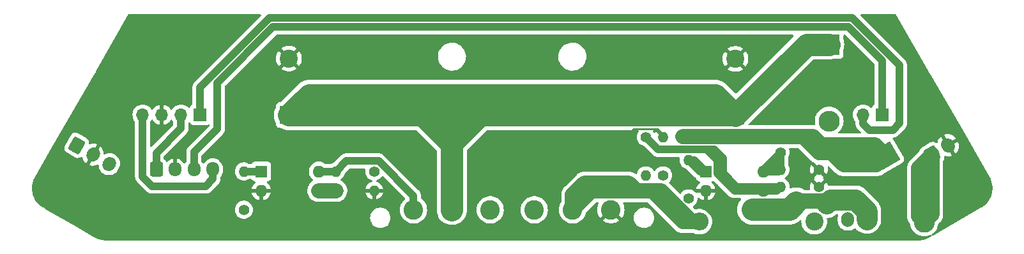
<source format=gbr>
%TF.GenerationSoftware,KiCad,Pcbnew,7.0.9*%
%TF.CreationDate,2024-01-11T17:23:10+09:00*%
%TF.ProjectId,KickerBoard,4b69636b-6572-4426-9f61-72642e6b6963,rev?*%
%TF.SameCoordinates,Original*%
%TF.FileFunction,Copper,L1,Top*%
%TF.FilePolarity,Positive*%
%FSLAX46Y46*%
G04 Gerber Fmt 4.6, Leading zero omitted, Abs format (unit mm)*
G04 Created by KiCad (PCBNEW 7.0.9) date 2024-01-11 17:23:10*
%MOMM*%
%LPD*%
G01*
G04 APERTURE LIST*
G04 Aperture macros list*
%AMRoundRect*
0 Rectangle with rounded corners*
0 $1 Rounding radius*
0 $2 $3 $4 $5 $6 $7 $8 $9 X,Y pos of 4 corners*
0 Add a 4 corners polygon primitive as box body*
4,1,4,$2,$3,$4,$5,$6,$7,$8,$9,$2,$3,0*
0 Add four circle primitives for the rounded corners*
1,1,$1+$1,$2,$3*
1,1,$1+$1,$4,$5*
1,1,$1+$1,$6,$7*
1,1,$1+$1,$8,$9*
0 Add four rect primitives between the rounded corners*
20,1,$1+$1,$2,$3,$4,$5,0*
20,1,$1+$1,$4,$5,$6,$7,0*
20,1,$1+$1,$6,$7,$8,$9,0*
20,1,$1+$1,$8,$9,$2,$3,0*%
%AMHorizOval*
0 Thick line with rounded ends*
0 $1 width*
0 $2 $3 position (X,Y) of the first rounded end (center of the circle)*
0 $4 $5 position (X,Y) of the second rounded end (center of the circle)*
0 Add line between two ends*
20,1,$1,$2,$3,$4,$5,0*
0 Add two circle primitives to create the rounded ends*
1,1,$1,$2,$3*
1,1,$1,$4,$5*%
%AMRotRect*
0 Rectangle, with rotation*
0 The origin of the aperture is its center*
0 $1 length*
0 $2 width*
0 $3 Rotation angle, in degrees counterclockwise*
0 Add horizontal line*
21,1,$1,$2,0,0,$3*%
G04 Aperture macros list end*
%TA.AperFunction,ComponentPad*%
%ADD10R,1.700000X1.700000*%
%TD*%
%TA.AperFunction,ComponentPad*%
%ADD11O,1.700000X1.700000*%
%TD*%
%TA.AperFunction,ComponentPad*%
%ADD12RoundRect,0.250000X-0.882115X-0.327868X0.157115X-0.927868X0.882115X0.327868X-0.157115X0.927868X0*%
%TD*%
%TA.AperFunction,ComponentPad*%
%ADD13HorizOval,1.700000X-0.062500X-0.108253X0.062500X0.108253X0*%
%TD*%
%TA.AperFunction,ComponentPad*%
%ADD14C,2.600000*%
%TD*%
%TA.AperFunction,ComponentPad*%
%ADD15R,1.600000X1.600000*%
%TD*%
%TA.AperFunction,ComponentPad*%
%ADD16O,1.600000X1.600000*%
%TD*%
%TA.AperFunction,ComponentPad*%
%ADD17C,1.400000*%
%TD*%
%TA.AperFunction,ComponentPad*%
%ADD18O,1.400000X1.400000*%
%TD*%
%TA.AperFunction,ComponentPad*%
%ADD19R,2.400000X2.400000*%
%TD*%
%TA.AperFunction,ComponentPad*%
%ADD20C,2.400000*%
%TD*%
%TA.AperFunction,ComponentPad*%
%ADD21O,2.400000X2.400000*%
%TD*%
%TA.AperFunction,ComponentPad*%
%ADD22RoundRect,0.250000X0.600000X0.750000X-0.600000X0.750000X-0.600000X-0.750000X0.600000X-0.750000X0*%
%TD*%
%TA.AperFunction,ComponentPad*%
%ADD23O,1.700000X2.000000*%
%TD*%
%TA.AperFunction,ComponentPad*%
%ADD24R,2.800000X2.800000*%
%TD*%
%TA.AperFunction,ComponentPad*%
%ADD25O,2.800000X2.800000*%
%TD*%
%TA.AperFunction,ComponentPad*%
%ADD26RotRect,2.800000X2.800000X300.000000*%
%TD*%
%TA.AperFunction,ComponentPad*%
%ADD27HorizOval,2.800000X0.000000X0.000000X0.000000X0.000000X0*%
%TD*%
%TA.AperFunction,ComponentPad*%
%ADD28RoundRect,0.250000X-0.144615X-0.949519X0.894615X-0.349519X0.144615X0.949519X-0.894615X0.349519X0*%
%TD*%
%TA.AperFunction,ComponentPad*%
%ADD29HorizOval,1.700000X-0.075000X0.129904X0.075000X-0.129904X0*%
%TD*%
%TA.AperFunction,ComponentPad*%
%ADD30RoundRect,0.250000X-0.600000X-0.725000X0.600000X-0.725000X0.600000X0.725000X-0.600000X0.725000X0*%
%TD*%
%TA.AperFunction,ComponentPad*%
%ADD31O,1.700000X1.950000*%
%TD*%
%TA.AperFunction,ViaPad*%
%ADD32C,0.800000*%
%TD*%
%TA.AperFunction,Conductor*%
%ADD33C,3.000000*%
%TD*%
%TA.AperFunction,Conductor*%
%ADD34C,2.000000*%
%TD*%
%TA.AperFunction,Conductor*%
%ADD35C,2.800000*%
%TD*%
%TA.AperFunction,Conductor*%
%ADD36C,0.250000*%
%TD*%
%TA.AperFunction,Conductor*%
%ADD37C,1.000000*%
%TD*%
G04 APERTURE END LIST*
D10*
%TO.P,PhotoIC,1,Pin_1*%
%TO.N,K*%
X98338000Y-94316000D03*
D11*
%TO.P,PhotoIC,2,Pin_2*%
%TO.N,+3.3V*%
X95798000Y-94316000D03*
%TO.P,PhotoIC,3,Pin_3*%
%TO.N,GND*%
X93258000Y-94316000D03*
%TO.P,PhotoIC,4,Pin_4*%
%TO.N,Touch*%
X90718000Y-94316000D03*
%TD*%
D12*
%TO.P,Signal,1,Pin_1*%
%TO.N,FET1*%
X81982937Y-98378213D03*
D13*
%TO.P,Signal,2,Pin_2*%
%TO.N,GND*%
X84148001Y-99628213D03*
%TO.P,Signal,3,Pin_3*%
%TO.N,FET2*%
X86313064Y-100878213D03*
%TD*%
D14*
%TO.P,NMOS,1,D*%
%TO.N,Net-(Q2-D)*%
X147701000Y-106934000D03*
%TO.P,NMOS,2,G*%
%TO.N,Net-(Q2-G)*%
X142621000Y-106934000D03*
%TO.P,NMOS,3,S*%
%TO.N,GND*%
X152781000Y-106934000D03*
%TD*%
D15*
%TO.P,U1,1*%
%TO.N,Net-(R3-Pad2)*%
X106436000Y-101849000D03*
D16*
%TO.P,U1,2*%
%TO.N,GND*%
X106436000Y-104389000D03*
%TO.P,U1,3*%
%TO.N,Net-(R7-Pad1)*%
X114056000Y-104389000D03*
%TO.P,U1,4*%
%TO.N,Net-(Q1-G)*%
X114056000Y-101849000D03*
%TD*%
D17*
%TO.P,330,1*%
%TO.N,Net-(R5-Pad2)*%
X157412000Y-97282000D03*
D18*
%TO.P,330,2*%
%TO.N,Net-(Q2-G)*%
X157412000Y-102362000D03*
%TD*%
D17*
%TO.P,(1K),1*%
%TO.N,GND*%
X180340000Y-103886000D03*
D18*
%TO.P,(1K),2*%
%TO.N,Net-(R5-Pad2)*%
X175260000Y-103886000D03*
%TD*%
D19*
%TO.P,C2,1*%
%TO.N,Solenoid+*%
X110109000Y-94368000D03*
D20*
%TO.P,C2,2*%
%TO.N,GND*%
X110109000Y-86868000D03*
%TD*%
%TO.P,1,1*%
%TO.N,Solenoid-*%
X179730400Y-108508800D03*
D21*
%TO.P,1,2*%
%TO.N,Net-(Q2-D)*%
X164490400Y-108508800D03*
%TD*%
D17*
%TO.P,2K,1*%
%TO.N,Net-(R7-Pad1)*%
X116332000Y-104394000D03*
D18*
%TO.P,2K,2*%
%TO.N,GND*%
X121412000Y-104394000D03*
%TD*%
D14*
%TO.P,PMOS,1,D*%
%TO.N,Solenoid+*%
X131699000Y-106934000D03*
%TO.P,PMOS,2,G*%
%TO.N,Net-(Q1-G)*%
X126619000Y-106934000D03*
%TO.P,PMOS,3,S*%
%TO.N,+48V*%
X136779000Y-106934000D03*
%TD*%
D17*
%TO.P,1K,1*%
%TO.N,GND*%
X180340000Y-101600000D03*
D18*
%TO.P,1K,2*%
%TO.N,+15V*%
X175260000Y-101600000D03*
%TD*%
D15*
%TO.P,U2,1*%
%TO.N,Net-(R4-Pad2)*%
X165364000Y-101849000D03*
D16*
%TO.P,U2,2*%
%TO.N,GND*%
X165364000Y-104389000D03*
%TO.P,U2,3*%
%TO.N,Net-(R5-Pad2)*%
X172984000Y-104389000D03*
%TO.P,U2,4*%
%TO.N,+15V*%
X172984000Y-101849000D03*
%TD*%
D19*
%TO.P,C1,1*%
%TO.N,Solenoid+*%
X169291000Y-94409780D03*
D20*
%TO.P,C1,2*%
%TO.N,GND*%
X169291000Y-86909780D03*
%TD*%
D17*
%TO.P,330,1*%
%TO.N,FET1*%
X104140000Y-106929000D03*
D18*
%TO.P,330,2*%
%TO.N,Net-(R3-Pad2)*%
X104140000Y-101849000D03*
%TD*%
D17*
%TO.P,10K,1*%
%TO.N,Net-(Q2-G)*%
X159698000Y-102362000D03*
D18*
%TO.P,10K,2*%
%TO.N,GND*%
X159698000Y-97282000D03*
%TD*%
D22*
%TO.P,Solenoid,1,Pin_1*%
%TO.N,Solenoid+*%
X186690000Y-108204000D03*
D23*
%TO.P,Solenoid,2,Pin_2*%
%TO.N,Solenoid-*%
X184190000Y-108204000D03*
%TD*%
D24*
%TO.P,D2,1,K*%
%TO.N,Solenoid+*%
X181711600Y-84988400D03*
D25*
%TO.P,D2,2,A*%
%TO.N,Solenoid-*%
X181711600Y-95148400D03*
%TD*%
D17*
%TO.P,2K,1*%
%TO.N,+15V*%
X175260000Y-99314000D03*
D18*
%TO.P,2K,2*%
%TO.N,+48V*%
X180340000Y-99314000D03*
%TD*%
D26*
%TO.P,D1,1,K*%
%TO.N,+48V*%
X189230000Y-99740591D03*
D27*
%TO.P,D1,2,A*%
%TO.N,Net-(D1-A)*%
X194310000Y-108539409D03*
%TD*%
D17*
%TO.P,330,1*%
%TO.N,FET2*%
X163068000Y-105410000D03*
D18*
%TO.P,330,2*%
%TO.N,Net-(R4-Pad2)*%
X163068000Y-100330000D03*
%TD*%
D10*
%TO.P,LED,1,Pin_1*%
%TO.N,LED*%
X188752000Y-94316000D03*
D11*
%TO.P,LED,2,Pin_2*%
%TO.N,K*%
X186212000Y-94316000D03*
%TD*%
D28*
%TO.P,Power,1,Pin_1*%
%TO.N,Net-(D1-A)*%
X195312469Y-99618213D03*
D29*
%TO.P,Power,2,Pin_2*%
%TO.N,GND*%
X197477533Y-98368213D03*
%TD*%
D17*
%TO.P,1K,1*%
%TO.N,+48V*%
X121412000Y-101849000D03*
D18*
%TO.P,1K,2*%
%TO.N,Net-(Q1-G)*%
X116332000Y-101849000D03*
%TD*%
D30*
%TO.P,Touch,1,Pin_1*%
%TO.N,+3.3V*%
X92516000Y-101579000D03*
D31*
%TO.P,Touch,2,Pin_2*%
%TO.N,GND*%
X95016000Y-101579000D03*
%TO.P,Touch,3,Pin_3*%
%TO.N,LED*%
X97516000Y-101579000D03*
%TO.P,Touch,4,Pin_4*%
%TO.N,Touch*%
X100016000Y-101579000D03*
%TD*%
D32*
%TO.N,Solenoid+*%
X178511200Y-85242400D03*
X156210000Y-93980000D03*
X114300000Y-92075000D03*
X144780000Y-92075000D03*
X125730000Y-93980000D03*
X133350000Y-93980000D03*
X138430000Y-93980000D03*
X176172380Y-87528400D03*
X137160000Y-92075000D03*
X163830000Y-93980000D03*
X120650000Y-93980000D03*
X127000000Y-92075000D03*
X157480000Y-92075000D03*
X148590000Y-93980000D03*
X119380000Y-92075000D03*
X132080000Y-92075000D03*
X173691000Y-106889000D03*
X113030000Y-93980000D03*
X154940000Y-92075000D03*
X123190000Y-93980000D03*
X130810000Y-93980000D03*
X149860000Y-92075000D03*
X175723000Y-106889000D03*
X146050000Y-93980000D03*
X152400000Y-92075000D03*
X129540000Y-92075000D03*
X161290000Y-93980000D03*
X162560000Y-92075000D03*
X179374800Y-105816400D03*
X153670000Y-93980000D03*
X121920000Y-92075000D03*
X181243624Y-105808800D03*
X116840000Y-92075000D03*
X134620000Y-92075000D03*
X124460000Y-92075000D03*
X142240000Y-92075000D03*
X166370000Y-93980000D03*
X151130000Y-93980000D03*
X143510000Y-93980000D03*
X177342800Y-105968800D03*
X128270000Y-93980000D03*
X115570000Y-93980000D03*
X140970000Y-93980000D03*
X171532000Y-106889000D03*
X118110000Y-93980000D03*
X135890000Y-93980000D03*
X160020000Y-92075000D03*
X171399200Y-92301580D03*
X165100000Y-92075000D03*
X147320000Y-92075000D03*
X173634400Y-90066380D03*
X139700000Y-92075000D03*
X158750000Y-93980000D03*
%TO.N,GND*%
X155295600Y-97028000D03*
X188468000Y-105359200D03*
X119278400Y-108915200D03*
X164744400Y-106222800D03*
X110185200Y-97180400D03*
X96062800Y-109423200D03*
X150368000Y-108966000D03*
X187198000Y-87833200D03*
X171653200Y-86969600D03*
X105206800Y-81584800D03*
X142189200Y-97028000D03*
X110083600Y-84378800D03*
X84429600Y-101650800D03*
X186944000Y-81534000D03*
X115366800Y-100076000D03*
X85191600Y-97840800D03*
X178765200Y-95097600D03*
X89255600Y-81686400D03*
X107645200Y-86868000D03*
X118770400Y-106019600D03*
X128778000Y-99314000D03*
X172618400Y-95046800D03*
X107746800Y-110490000D03*
X81991200Y-94437200D03*
X96723200Y-89966800D03*
X177749200Y-102819200D03*
X161442400Y-103835200D03*
X184353200Y-85140800D03*
X139090400Y-99364800D03*
X121259600Y-86512400D03*
X123393200Y-104546400D03*
X88747600Y-100584000D03*
X92710000Y-96672400D03*
X102311200Y-90779600D03*
X177698400Y-100380800D03*
X129032000Y-107188000D03*
X166878000Y-86918800D03*
X191262000Y-101803200D03*
X169316400Y-84582000D03*
X184302400Y-93776800D03*
X119430800Y-97993200D03*
X166624000Y-110083600D03*
X112522000Y-86918800D03*
X134315200Y-107188000D03*
X202285600Y-104444800D03*
X192532000Y-90424000D03*
X102362000Y-96774000D03*
X148691600Y-97028000D03*
X86969600Y-108407200D03*
X176987200Y-109880400D03*
X145186400Y-107086400D03*
X100025200Y-99415600D03*
X110236000Y-103124000D03*
X196291200Y-96418400D03*
X191719200Y-97536000D03*
X87528400Y-89408000D03*
X179832000Y-87782400D03*
X166928800Y-104343200D03*
X161493200Y-101498400D03*
X95351600Y-84886800D03*
X198526400Y-100330000D03*
X110693200Y-108966000D03*
X139801600Y-86614000D03*
X197358000Y-108204000D03*
X139700000Y-107188000D03*
X190144400Y-81584800D03*
X134264400Y-99364800D03*
X126695200Y-96977200D03*
X105410000Y-108204000D03*
X77317600Y-104495600D03*
X110134400Y-89255600D03*
X181660800Y-102717600D03*
X163779200Y-103378000D03*
X186842400Y-103225600D03*
X95097600Y-99466400D03*
X98044000Y-96266000D03*
X136499600Y-97028000D03*
X93268800Y-92202000D03*
X85344000Y-110236000D03*
X169265600Y-89255600D03*
X155803600Y-86512400D03*
X191008000Y-109880400D03*
X106934000Y-94488000D03*
X107848400Y-106070400D03*
X89052400Y-103784400D03*
%TO.N,+48V*%
X165100000Y-97231200D03*
X166890503Y-97231200D03*
X164211000Y-97230000D03*
X166001503Y-97231200D03*
X163322000Y-97230000D03*
X162420497Y-97230000D03*
%TO.N,Net-(D1-A)*%
X194411600Y-105714800D03*
X194437000Y-101600000D03*
X194411600Y-104190800D03*
X194437000Y-102895400D03*
%TD*%
D33*
%TO.N,Solenoid+*%
X146939000Y-91694000D02*
X145161000Y-91694000D01*
D34*
X177546000Y-105765600D02*
X178003200Y-105765600D01*
D33*
X143122000Y-94368000D02*
X145662000Y-94368000D01*
X177342800Y-105968800D02*
X176422600Y-106889000D01*
X162941000Y-91694000D02*
X162560000Y-92075000D01*
X154940000Y-92075000D02*
X154559000Y-91694000D01*
X131699000Y-91694000D02*
X129921000Y-91694000D01*
D35*
X185204823Y-105604000D02*
X181874692Y-105604000D01*
D33*
X125342000Y-94368000D02*
X125730000Y-93980000D01*
X145662000Y-94368000D02*
X148202000Y-94368000D01*
X158362000Y-94368000D02*
X158750000Y-93980000D01*
X121920000Y-92075000D02*
X121539000Y-91694000D01*
X141859000Y-91694000D02*
X140081000Y-91694000D01*
X114681000Y-91694000D02*
X114300000Y-92075000D01*
X126619000Y-91694000D02*
X124841000Y-91694000D01*
X127381000Y-91694000D02*
X127000000Y-92075000D01*
X157099000Y-91694000D02*
X155321000Y-91694000D01*
X131699000Y-94869000D02*
X130810000Y-93980000D01*
X116840000Y-92075000D02*
X116459000Y-91694000D01*
X129921000Y-91694000D02*
X129540000Y-92075000D01*
X123190000Y-93980000D02*
X123578000Y-94368000D01*
X153282000Y-94368000D02*
X155822000Y-94368000D01*
X116459000Y-91694000D02*
X114681000Y-91694000D01*
X119761000Y-91694000D02*
X119380000Y-92075000D01*
X155822000Y-94368000D02*
X158362000Y-94368000D01*
X118110000Y-93980000D02*
X118498000Y-94368000D01*
X127882000Y-94368000D02*
X130422000Y-94368000D01*
X122301000Y-91694000D02*
X121920000Y-92075000D01*
X166624000Y-91694000D02*
X165481000Y-91694000D01*
X138042000Y-94368000D02*
X140582000Y-94368000D01*
X110109000Y-94368000D02*
X113418000Y-94368000D01*
X164719000Y-91694000D02*
X162941000Y-91694000D01*
X165100000Y-92075000D02*
X164719000Y-91694000D01*
X123578000Y-94368000D02*
X125342000Y-94368000D01*
X139700000Y-92075000D02*
X139319000Y-91694000D01*
X169291000Y-94361000D02*
X166624000Y-91694000D01*
X121539000Y-91694000D02*
X119761000Y-91694000D01*
X158362000Y-94368000D02*
X160902000Y-94368000D01*
X145161000Y-91694000D02*
X144780000Y-92075000D01*
X150241000Y-91694000D02*
X149860000Y-92075000D01*
X154559000Y-91694000D02*
X152781000Y-91694000D01*
X124079000Y-91694000D02*
X122301000Y-91694000D01*
X137541000Y-91694000D02*
X137160000Y-92075000D01*
X169291000Y-94409780D02*
X169291000Y-94361000D01*
X115182000Y-94368000D02*
X118498000Y-94368000D01*
X157480000Y-92075000D02*
X157099000Y-91694000D01*
X160020000Y-92075000D02*
X159639000Y-91694000D01*
X135502000Y-94368000D02*
X138042000Y-94368000D01*
X163442000Y-94368000D02*
X165982000Y-94368000D01*
X181711600Y-84988400D02*
X178712380Y-84988400D01*
X165982000Y-94368000D02*
X169249220Y-94368000D01*
X136779000Y-91694000D02*
X135001000Y-91694000D01*
X131699000Y-98171000D02*
X135502000Y-94368000D01*
X137160000Y-92075000D02*
X136779000Y-91694000D01*
X144780000Y-92075000D02*
X144399000Y-91694000D01*
X173691000Y-106889000D02*
X171532000Y-106889000D01*
X140582000Y-94368000D02*
X143122000Y-94368000D01*
X112783000Y-91694000D02*
X110109000Y-94368000D01*
X152400000Y-92075000D02*
X152019000Y-91694000D01*
D34*
X177342800Y-105968800D02*
X177546000Y-105765600D01*
D33*
X162179000Y-91694000D02*
X160401000Y-91694000D01*
D35*
X181874692Y-105604000D02*
X181356746Y-106121946D01*
D33*
X134239000Y-91694000D02*
X132461000Y-91694000D01*
X149479000Y-91694000D02*
X147701000Y-91694000D01*
X128270000Y-94818200D02*
X128270000Y-93980000D01*
X142621000Y-91694000D02*
X142240000Y-92075000D01*
X144399000Y-91694000D02*
X142621000Y-91694000D01*
X139319000Y-91694000D02*
X137541000Y-91694000D01*
X131699000Y-98247200D02*
X128270000Y-94818200D01*
X138042000Y-94368000D02*
X138430000Y-93980000D01*
X117221000Y-91694000D02*
X116840000Y-92075000D01*
D34*
X178003200Y-105765600D02*
X178046400Y-105808800D01*
D33*
X132962000Y-94368000D02*
X133350000Y-93980000D01*
X143122000Y-94368000D02*
X143510000Y-93980000D01*
X130422000Y-94368000D02*
X130810000Y-93980000D01*
X115182000Y-94368000D02*
X115570000Y-93980000D01*
X162560000Y-92075000D02*
X162179000Y-91694000D01*
X113418000Y-94368000D02*
X115182000Y-94368000D01*
X129159000Y-91694000D02*
X127381000Y-91694000D01*
X147701000Y-91694000D02*
X147320000Y-92075000D01*
X150742000Y-94368000D02*
X151130000Y-93980000D01*
X132080000Y-92075000D02*
X131699000Y-91694000D01*
D34*
X178046400Y-105808800D02*
X181243624Y-105808800D01*
D33*
X132461000Y-91694000D02*
X132080000Y-92075000D01*
X169249220Y-94368000D02*
X169291000Y-94409780D01*
X135001000Y-91694000D02*
X134620000Y-92075000D01*
D35*
X186690000Y-108204000D02*
X186690000Y-107089177D01*
D33*
X134620000Y-92075000D02*
X134239000Y-91694000D01*
X127000000Y-92075000D02*
X126619000Y-91694000D01*
X118498000Y-94368000D02*
X120262000Y-94368000D01*
X165481000Y-91694000D02*
X165100000Y-92075000D01*
X148202000Y-94368000D02*
X150742000Y-94368000D01*
X152019000Y-91694000D02*
X150241000Y-91694000D01*
X120262000Y-94368000D02*
X123578000Y-94368000D01*
X131699000Y-98247200D02*
X131699000Y-94869000D01*
X140081000Y-91694000D02*
X139700000Y-92075000D01*
X160902000Y-94368000D02*
X163442000Y-94368000D01*
X135502000Y-94368000D02*
X135890000Y-93980000D01*
X113030000Y-93980000D02*
X113418000Y-94368000D01*
X155321000Y-91694000D02*
X154940000Y-92075000D01*
D35*
X186690000Y-107089177D02*
X185204823Y-105604000D01*
D33*
X178712380Y-84988400D02*
X169291000Y-94409780D01*
X160902000Y-94368000D02*
X161290000Y-93980000D01*
X132962000Y-94368000D02*
X135502000Y-94368000D01*
X124841000Y-91694000D02*
X124460000Y-92075000D01*
X140582000Y-94368000D02*
X140970000Y-93980000D01*
X166624000Y-91694000D02*
X112783000Y-91694000D01*
X153282000Y-94368000D02*
X153670000Y-93980000D01*
X119380000Y-92075000D02*
X118999000Y-91694000D01*
X125342000Y-94368000D02*
X127882000Y-94368000D01*
X148202000Y-94368000D02*
X148590000Y-93980000D01*
X163442000Y-94368000D02*
X163830000Y-93980000D01*
X157861000Y-91694000D02*
X157480000Y-92075000D01*
X124460000Y-92075000D02*
X124079000Y-91694000D01*
X142240000Y-92075000D02*
X141859000Y-91694000D01*
X159639000Y-91694000D02*
X157861000Y-91694000D01*
X155822000Y-94368000D02*
X156210000Y-93980000D01*
X130422000Y-94368000D02*
X132962000Y-94368000D01*
X175723000Y-106889000D02*
X173691000Y-106889000D01*
X150742000Y-94368000D02*
X153282000Y-94368000D01*
X176422600Y-106889000D02*
X175723000Y-106889000D01*
X127882000Y-94368000D02*
X128270000Y-93980000D01*
X160401000Y-91694000D02*
X160020000Y-92075000D01*
X152781000Y-91694000D02*
X152400000Y-92075000D01*
X118999000Y-91694000D02*
X117221000Y-91694000D01*
X131699000Y-106934000D02*
X131699000Y-98171000D01*
X145662000Y-94368000D02*
X146050000Y-93980000D01*
X129540000Y-92075000D02*
X129159000Y-91694000D01*
X120262000Y-94368000D02*
X120650000Y-93980000D01*
X165982000Y-94368000D02*
X166370000Y-93980000D01*
X131699000Y-106934000D02*
X131699000Y-98247200D01*
X149860000Y-92075000D02*
X149479000Y-91694000D01*
X147320000Y-92075000D02*
X146939000Y-91694000D01*
D36*
%TO.N,GND*%
X159698000Y-97282000D02*
X159698000Y-96960000D01*
X159698000Y-97282000D02*
X158609000Y-96193000D01*
X158931000Y-96193000D02*
X158292800Y-96193000D01*
X158292800Y-96193000D02*
X156130600Y-96193000D01*
X159698000Y-96960000D02*
X158931000Y-96193000D01*
X155295600Y-96723200D02*
X155295600Y-97028000D01*
X155825800Y-96193000D02*
X155295600Y-96723200D01*
X158609000Y-96193000D02*
X158292800Y-96193000D01*
X156130600Y-96193000D02*
X155295600Y-97028000D01*
X158609000Y-96193000D02*
X155825800Y-96193000D01*
D34*
%TO.N,+48V*%
X188803409Y-99314000D02*
X189230000Y-99740591D01*
X180340000Y-99314000D02*
X178308000Y-97282000D01*
X166370000Y-97230000D02*
X178308000Y-97230000D01*
X180644800Y-98298000D02*
X179576800Y-97230000D01*
X189230000Y-99740591D02*
X188005591Y-100965000D01*
X186690000Y-98298000D02*
X180644800Y-98298000D01*
X178308000Y-97282000D02*
X178308000Y-97230000D01*
X187787409Y-98298000D02*
X186690000Y-98298000D01*
X180340000Y-99314000D02*
X181356000Y-98298000D01*
X162306000Y-97230000D02*
X162420497Y-97230000D01*
X188005591Y-100965000D02*
X183616600Y-100965000D01*
X189230000Y-99740591D02*
X187787409Y-98298000D01*
X183616600Y-100965000D02*
X181965600Y-99314000D01*
X179576800Y-97230000D02*
X178308000Y-97230000D01*
X181356000Y-98298000D02*
X186690000Y-98298000D01*
X180340000Y-99314000D02*
X181965600Y-99314000D01*
X166295000Y-97230000D02*
X162420497Y-97230000D01*
X181965600Y-99314000D02*
X188803409Y-99314000D01*
X166295000Y-97230000D02*
X166370000Y-97230000D01*
D37*
%TO.N,Net-(Q1-G)*%
X117732000Y-100449000D02*
X116332000Y-101849000D01*
X121991899Y-100449000D02*
X117732000Y-100449000D01*
X116332000Y-101849000D02*
X114056000Y-101849000D01*
X126619000Y-106934000D02*
X126619000Y-105076101D01*
X126619000Y-105076101D02*
X121991899Y-100449000D01*
%TO.N,Net-(R3-Pad2)*%
X104140000Y-101849000D02*
X106436000Y-101849000D01*
%TO.N,Net-(R5-Pad2)*%
X165430200Y-98930000D02*
X166494000Y-98930000D01*
X166494000Y-98930000D02*
X167640000Y-100076000D01*
X166878000Y-102108000D02*
X167640000Y-102870000D01*
X159060000Y-98930000D02*
X165430200Y-98930000D01*
X166878000Y-100380800D02*
X167640000Y-101142800D01*
X174757000Y-104389000D02*
X175260000Y-103886000D01*
X175260000Y-103886000D02*
X169468800Y-103886000D01*
X165430200Y-98930000D02*
X166878000Y-100377800D01*
X157412000Y-97282000D02*
X159060000Y-98930000D01*
X169468800Y-103886000D02*
X167640000Y-102057200D01*
X169159000Y-104389000D02*
X172984000Y-104389000D01*
X167640000Y-102057200D02*
X167640000Y-102870000D01*
X167640000Y-100076000D02*
X167640000Y-101142800D01*
X166878000Y-100377800D02*
X166878000Y-102108000D01*
X172984000Y-104389000D02*
X174757000Y-104389000D01*
X167640000Y-101142800D02*
X167640000Y-102057200D01*
X167640000Y-102870000D02*
X169159000Y-104389000D01*
X166878000Y-100377800D02*
X166878000Y-100380800D01*
%TO.N,+3.3V*%
X92516000Y-99381000D02*
X92516000Y-101579000D01*
X95798000Y-94316000D02*
X95798000Y-96099000D01*
X95798000Y-96099000D02*
X92516000Y-99381000D01*
%TO.N,LED*%
X188752000Y-87172656D02*
X184277344Y-82698000D01*
X100634800Y-96164400D02*
X97516000Y-99283200D01*
X108005200Y-82698000D02*
X100634800Y-90068400D01*
X184277344Y-82698000D02*
X108005200Y-82698000D01*
X97516000Y-99283200D02*
X97516000Y-101579000D01*
X100634800Y-90068400D02*
X100634800Y-96164400D01*
X188752000Y-94316000D02*
X188752000Y-87172656D01*
%TO.N,Touch*%
X91973400Y-103784400D02*
X99060000Y-103784400D01*
X90718000Y-102529000D02*
X91973400Y-103784400D01*
X99060000Y-103784400D02*
X100016000Y-102828400D01*
X90718000Y-94316000D02*
X90718000Y-102529000D01*
X100016000Y-102828400D02*
X100016000Y-101579000D01*
%TO.N,K*%
X98338000Y-90668144D02*
X107508144Y-81498000D01*
X184774400Y-81498000D02*
X191008000Y-87731600D01*
X190144400Y-96342200D02*
X187045600Y-96342200D01*
X187045600Y-96342200D02*
X186212000Y-95508600D01*
X98338000Y-94316000D02*
X98338000Y-90668144D01*
X186212000Y-95508600D02*
X186212000Y-94316000D01*
X107508144Y-81498000D02*
X184774400Y-81498000D01*
X191008000Y-95478600D02*
X190144400Y-96342200D01*
X191008000Y-87731600D02*
X191008000Y-95478600D01*
D34*
%TO.N,Net-(D1-A)*%
X193548000Y-101382682D02*
X195312469Y-99618213D01*
X194310000Y-108539409D02*
X193548000Y-107777409D01*
X193548000Y-107777409D02*
X193548000Y-101382682D01*
X195312469Y-107536940D02*
X194310000Y-108539409D01*
X195312469Y-99618213D02*
X195312469Y-107536940D01*
D37*
%TO.N,+15V*%
X174218600Y-101849000D02*
X175011000Y-101849000D01*
X172984000Y-101590000D02*
X175260000Y-99314000D01*
X172984000Y-101849000D02*
X172984000Y-101590000D01*
X175260000Y-101600000D02*
X175260000Y-100660200D01*
X174172800Y-100660200D02*
X175260000Y-100660200D01*
X175260000Y-100807600D02*
X174218600Y-101849000D01*
X172984000Y-101849000D02*
X174218600Y-101849000D01*
X172984000Y-101849000D02*
X174172800Y-100660200D01*
X175260000Y-100660200D02*
X175260000Y-100807600D01*
X175260000Y-100660200D02*
X175260000Y-99314000D01*
X175011000Y-101849000D02*
X175260000Y-101600000D01*
%TO.N,Net-(R4-Pad2)*%
X164790000Y-101275000D02*
X163845000Y-100330000D01*
X163068000Y-100330000D02*
X164587000Y-101849000D01*
X163845000Y-100330000D02*
X163068000Y-100330000D01*
X165364000Y-101849000D02*
X164790000Y-101275000D01*
X164587000Y-101849000D02*
X165364000Y-101849000D01*
D34*
%TO.N,Net-(R7-Pad1)*%
X114061000Y-104394000D02*
X114056000Y-104389000D01*
X116332000Y-104394000D02*
X114061000Y-104394000D01*
%TO.N,Net-(Q2-D)*%
X150228300Y-104406700D02*
X150255600Y-104434000D01*
X162306000Y-108508800D02*
X164490400Y-108508800D01*
X151257000Y-103378000D02*
X150228300Y-104406700D01*
X150255600Y-104434000D02*
X156210000Y-104434000D01*
X163479794Y-108508800D02*
X159404994Y-104434000D01*
X158231200Y-104434000D02*
X162306000Y-108508800D01*
X156210000Y-104434000D02*
X158231200Y-104434000D01*
X150228300Y-104406700D02*
X147701000Y-106934000D01*
X155154000Y-103378000D02*
X153390600Y-103378000D01*
X153390600Y-103378000D02*
X151257000Y-103378000D01*
X153390600Y-103378000D02*
X149275800Y-103378000D01*
X155154000Y-103378000D02*
X156210000Y-104434000D01*
X159404994Y-104434000D02*
X156210000Y-104434000D01*
X164490400Y-108508800D02*
X163479794Y-108508800D01*
X149275800Y-103378000D02*
X147701000Y-104952800D01*
X147701000Y-104952800D02*
X147701000Y-106934000D01*
%TD*%
%TA.AperFunction,Conductor*%
%TO.N,GND*%
G36*
X89009937Y-80920241D02*
G01*
X89040329Y-80928385D01*
X89045732Y-80929833D01*
X89046975Y-80930166D01*
X89046977Y-80930166D01*
X89046979Y-80930167D01*
X89305007Y-80975665D01*
X89566019Y-80998500D01*
X89696925Y-80998500D01*
X106293361Y-80998500D01*
X106360400Y-81018185D01*
X106406155Y-81070989D01*
X106416099Y-81140147D01*
X106387074Y-81203703D01*
X106381042Y-81210181D01*
X97639532Y-89951690D01*
X97574946Y-90013086D01*
X97539899Y-90063438D01*
X97537062Y-90067200D01*
X97498302Y-90114736D01*
X97498299Y-90114741D01*
X97482392Y-90145191D01*
X97478324Y-90151905D01*
X97458702Y-90180098D01*
X97434509Y-90236474D01*
X97432488Y-90240728D01*
X97404091Y-90295095D01*
X97404090Y-90295096D01*
X97394640Y-90328119D01*
X97392007Y-90335515D01*
X97378459Y-90367087D01*
X97366113Y-90427163D01*
X97364990Y-90431739D01*
X97348113Y-90490721D01*
X97348113Y-90490723D01*
X97345503Y-90524985D01*
X97344414Y-90532752D01*
X97344121Y-90534183D01*
X97337500Y-90566402D01*
X97337500Y-90627741D01*
X97337321Y-90632450D01*
X97332662Y-90693618D01*
X97334707Y-90709671D01*
X97337003Y-90727704D01*
X97337500Y-90735532D01*
X97337500Y-92901858D01*
X97317815Y-92968897D01*
X97265011Y-93014652D01*
X97256847Y-93018034D01*
X97245669Y-93022204D01*
X97245664Y-93022206D01*
X97130455Y-93108452D01*
X97130452Y-93108455D01*
X97044206Y-93223664D01*
X97044203Y-93223669D01*
X96995189Y-93355083D01*
X96953317Y-93411016D01*
X96887853Y-93435433D01*
X96819580Y-93420581D01*
X96791326Y-93399430D01*
X96669402Y-93277506D01*
X96669395Y-93277501D01*
X96647884Y-93262439D01*
X96620187Y-93243045D01*
X96475834Y-93141967D01*
X96475830Y-93141965D01*
X96475828Y-93141964D01*
X96261663Y-93042097D01*
X96261659Y-93042096D01*
X96261655Y-93042094D01*
X96033413Y-92980938D01*
X96033403Y-92980936D01*
X95798001Y-92960341D01*
X95797999Y-92960341D01*
X95562596Y-92980936D01*
X95562586Y-92980938D01*
X95334344Y-93042094D01*
X95334335Y-93042098D01*
X95120171Y-93141964D01*
X95120169Y-93141965D01*
X94926597Y-93277505D01*
X94759508Y-93444594D01*
X94629269Y-93630595D01*
X94574692Y-93674219D01*
X94505193Y-93681412D01*
X94442839Y-93649890D01*
X94426119Y-93630594D01*
X94296113Y-93444926D01*
X94296108Y-93444920D01*
X94129082Y-93277894D01*
X93935578Y-93142399D01*
X93721492Y-93042570D01*
X93721486Y-93042567D01*
X93508000Y-92985364D01*
X93508000Y-93880498D01*
X93400315Y-93831320D01*
X93293763Y-93816000D01*
X93222237Y-93816000D01*
X93115685Y-93831320D01*
X93008000Y-93880498D01*
X93008000Y-92985364D01*
X93007999Y-92985364D01*
X92794513Y-93042567D01*
X92794507Y-93042570D01*
X92580422Y-93142399D01*
X92580420Y-93142400D01*
X92386926Y-93277886D01*
X92386920Y-93277891D01*
X92219891Y-93444920D01*
X92219890Y-93444922D01*
X92089880Y-93630595D01*
X92035303Y-93674219D01*
X91965804Y-93681412D01*
X91903450Y-93649890D01*
X91886730Y-93630594D01*
X91756494Y-93444597D01*
X91589402Y-93277506D01*
X91589395Y-93277501D01*
X91567884Y-93262439D01*
X91540187Y-93243045D01*
X91395834Y-93141967D01*
X91395830Y-93141965D01*
X91395828Y-93141964D01*
X91181663Y-93042097D01*
X91181659Y-93042096D01*
X91181655Y-93042094D01*
X90953413Y-92980938D01*
X90953403Y-92980936D01*
X90718001Y-92960341D01*
X90717999Y-92960341D01*
X90482596Y-92980936D01*
X90482586Y-92980938D01*
X90254344Y-93042094D01*
X90254335Y-93042098D01*
X90040171Y-93141964D01*
X90040169Y-93141965D01*
X89846597Y-93277505D01*
X89679505Y-93444597D01*
X89543965Y-93638169D01*
X89543964Y-93638171D01*
X89444098Y-93852335D01*
X89444094Y-93852344D01*
X89382938Y-94080586D01*
X89382936Y-94080596D01*
X89362341Y-94315999D01*
X89362341Y-94316000D01*
X89382936Y-94551403D01*
X89382938Y-94551413D01*
X89444094Y-94779655D01*
X89444096Y-94779659D01*
X89444097Y-94779663D01*
X89523801Y-94950588D01*
X89543965Y-94993830D01*
X89543967Y-94993834D01*
X89652195Y-95148398D01*
X89679504Y-95187400D01*
X89679506Y-95187402D01*
X89681181Y-95189077D01*
X89681682Y-95189995D01*
X89682982Y-95191544D01*
X89682670Y-95191805D01*
X89714666Y-95250400D01*
X89717500Y-95276758D01*
X89717500Y-102516283D01*
X89715243Y-102605362D01*
X89715243Y-102605370D01*
X89722722Y-102647092D01*
X89725641Y-102663382D01*
X89726064Y-102665739D01*
X89726718Y-102670404D01*
X89732925Y-102731430D01*
X89732927Y-102731444D01*
X89743208Y-102764213D01*
X89745079Y-102771837D01*
X89751142Y-102805652D01*
X89751142Y-102805655D01*
X89773894Y-102862612D01*
X89775474Y-102867051D01*
X89793841Y-102925588D01*
X89793844Y-102925595D01*
X89810509Y-102955619D01*
X89813879Y-102962714D01*
X89826622Y-102994614D01*
X89826627Y-102994624D01*
X89860377Y-103045833D01*
X89862818Y-103049863D01*
X89892588Y-103103498D01*
X89892589Y-103103499D01*
X89892591Y-103103502D01*
X89914968Y-103129567D01*
X89919693Y-103135835D01*
X89929005Y-103149964D01*
X89938598Y-103164519D01*
X89981978Y-103207899D01*
X89985169Y-103211343D01*
X90025131Y-103257892D01*
X90025134Y-103257895D01*
X90052294Y-103278918D01*
X90058190Y-103284111D01*
X91256966Y-104482887D01*
X91318338Y-104547450D01*
X91318341Y-104547453D01*
X91368681Y-104582492D01*
X91372443Y-104585328D01*
X91419987Y-104624094D01*
X91419990Y-104624095D01*
X91419993Y-104624098D01*
X91450445Y-104640004D01*
X91457158Y-104644072D01*
X91485351Y-104663695D01*
X91541729Y-104687889D01*
X91545978Y-104689907D01*
X91600351Y-104718309D01*
X91627889Y-104726188D01*
X91633374Y-104727758D01*
X91640768Y-104730390D01*
X91672342Y-104743940D01*
X91672345Y-104743940D01*
X91672346Y-104743941D01*
X91732422Y-104756287D01*
X91737000Y-104757410D01*
X91739104Y-104758012D01*
X91795982Y-104774287D01*
X91830239Y-104776895D01*
X91838014Y-104777986D01*
X91871655Y-104784900D01*
X91871659Y-104784900D01*
X91932999Y-104784900D01*
X91937705Y-104785078D01*
X91964996Y-104787157D01*
X91998876Y-104789737D01*
X91998876Y-104789736D01*
X91998877Y-104789737D01*
X92032960Y-104785396D01*
X92040790Y-104784900D01*
X99047284Y-104784900D01*
X99136358Y-104787157D01*
X99136358Y-104787156D01*
X99136363Y-104787157D01*
X99196753Y-104776332D01*
X99201412Y-104775680D01*
X99243607Y-104771388D01*
X99262438Y-104769474D01*
X99295227Y-104759186D01*
X99302840Y-104757318D01*
X99336653Y-104751258D01*
X99393621Y-104728501D01*
X99398053Y-104726924D01*
X99456588Y-104708559D01*
X99486627Y-104691884D01*
X99493708Y-104688522D01*
X99525617Y-104675777D01*
X99576854Y-104642008D01*
X99580851Y-104639587D01*
X99634502Y-104609809D01*
X99660568Y-104587430D01*
X99666843Y-104582700D01*
X99678168Y-104575237D01*
X99695519Y-104563802D01*
X99738923Y-104520395D01*
X99742327Y-104517241D01*
X99788895Y-104477266D01*
X99809928Y-104450091D01*
X99815098Y-104444221D01*
X100714468Y-103544851D01*
X100779053Y-103483459D01*
X100811699Y-103436554D01*
X100814099Y-103433106D01*
X100816938Y-103429341D01*
X100820612Y-103424835D01*
X100855698Y-103381807D01*
X100871601Y-103351360D01*
X100875674Y-103344639D01*
X100880489Y-103337720D01*
X100895295Y-103316449D01*
X100919492Y-103260060D01*
X100921498Y-103255835D01*
X100949909Y-103201449D01*
X100959357Y-103168422D01*
X100961988Y-103161033D01*
X100975540Y-103129458D01*
X100987895Y-103069330D01*
X100988999Y-103064829D01*
X101005886Y-103005818D01*
X101008494Y-102971557D01*
X101009585Y-102963789D01*
X101016500Y-102930143D01*
X101016500Y-102868798D01*
X101016679Y-102864088D01*
X101021337Y-102802924D01*
X101018473Y-102780438D01*
X101016997Y-102768842D01*
X101016500Y-102761003D01*
X101016500Y-102664758D01*
X101036185Y-102597719D01*
X101052827Y-102577069D01*
X101054495Y-102575401D01*
X101190035Y-102381829D01*
X101289903Y-102167663D01*
X101351063Y-101939408D01*
X101358973Y-101849000D01*
X102934357Y-101849000D01*
X102954884Y-102070535D01*
X102954885Y-102070537D01*
X103015769Y-102284523D01*
X103015775Y-102284538D01*
X103114938Y-102483683D01*
X103114943Y-102483691D01*
X103249020Y-102661238D01*
X103413437Y-102811123D01*
X103413439Y-102811125D01*
X103602595Y-102928245D01*
X103602596Y-102928245D01*
X103602599Y-102928247D01*
X103810060Y-103008618D01*
X104028757Y-103049500D01*
X104028759Y-103049500D01*
X104251241Y-103049500D01*
X104251243Y-103049500D01*
X104469940Y-103008618D01*
X104677401Y-102928247D01*
X104731572Y-102894706D01*
X104774586Y-102868073D01*
X104839863Y-102849500D01*
X105098820Y-102849500D01*
X105165859Y-102869185D01*
X105198085Y-102899187D01*
X105278454Y-103006546D01*
X105294798Y-103018781D01*
X105393664Y-103092793D01*
X105393671Y-103092797D01*
X105528513Y-103143090D01*
X105528514Y-103143090D01*
X105528517Y-103143091D01*
X105564353Y-103146944D01*
X105628901Y-103173679D01*
X105668751Y-103231070D01*
X105671246Y-103300896D01*
X105635595Y-103360985D01*
X105622223Y-103371805D01*
X105597182Y-103389339D01*
X105436342Y-103550179D01*
X105305865Y-103736517D01*
X105209734Y-103942673D01*
X105209730Y-103942682D01*
X105157127Y-104138999D01*
X105157128Y-104139000D01*
X106120314Y-104139000D01*
X106108359Y-104150955D01*
X106050835Y-104263852D01*
X106031014Y-104389000D01*
X106050835Y-104514148D01*
X106108359Y-104627045D01*
X106120314Y-104639000D01*
X105157128Y-104639000D01*
X105209730Y-104835317D01*
X105209734Y-104835326D01*
X105305865Y-105041482D01*
X105436342Y-105227820D01*
X105597179Y-105388657D01*
X105783517Y-105519134D01*
X105989673Y-105615265D01*
X105989682Y-105615269D01*
X106185999Y-105667872D01*
X106186000Y-105667871D01*
X106186000Y-104704686D01*
X106197955Y-104716641D01*
X106310852Y-104774165D01*
X106404519Y-104789000D01*
X106467481Y-104789000D01*
X106561148Y-104774165D01*
X106674045Y-104716641D01*
X106686000Y-104704686D01*
X106686000Y-105667872D01*
X106882317Y-105615269D01*
X106882326Y-105615265D01*
X107088482Y-105519134D01*
X107274820Y-105388657D01*
X107435657Y-105227820D01*
X107566134Y-105041482D01*
X107662265Y-104835326D01*
X107662269Y-104835317D01*
X107714872Y-104639000D01*
X106751686Y-104639000D01*
X106763641Y-104627045D01*
X106821165Y-104514148D01*
X106840986Y-104389000D01*
X106831131Y-104326779D01*
X112551643Y-104326779D01*
X112561918Y-104575234D01*
X112612951Y-104818616D01*
X112612953Y-104818622D01*
X112674186Y-104975547D01*
X112682170Y-104998806D01*
X112682171Y-104998808D01*
X112682172Y-104998810D01*
X112683530Y-105001320D01*
X112684251Y-105002652D01*
X112687481Y-105009620D01*
X112703344Y-105050274D01*
X112776102Y-105172379D01*
X112790720Y-105199390D01*
X112800521Y-105217501D01*
X112800523Y-105217504D01*
X112800526Y-105217509D01*
X112804615Y-105222762D01*
X112808690Y-105227999D01*
X112813026Y-105234345D01*
X112830633Y-105263892D01*
X112830637Y-105263899D01*
X112904625Y-105351255D01*
X112953262Y-105413744D01*
X112953265Y-105413747D01*
X113021921Y-105476950D01*
X113043866Y-105498894D01*
X113043874Y-105498902D01*
X113058855Y-105511590D01*
X113067565Y-105518967D01*
X113071253Y-105522362D01*
X113136215Y-105582164D01*
X113136217Y-105582165D01*
X113136218Y-105582166D01*
X113159086Y-105597106D01*
X113165250Y-105601702D01*
X113186106Y-105619366D01*
X113218505Y-105638671D01*
X113266278Y-105667139D01*
X113311394Y-105696614D01*
X113344393Y-105718173D01*
X113369412Y-105729147D01*
X113376243Y-105732663D01*
X113389657Y-105740656D01*
X113399720Y-105746653D01*
X113399730Y-105746658D01*
X113486663Y-105780579D01*
X113524147Y-105797020D01*
X113572119Y-105818063D01*
X113596908Y-105824340D01*
X113598609Y-105824771D01*
X113605932Y-105827116D01*
X113631386Y-105837049D01*
X113722711Y-105856198D01*
X113813179Y-105879108D01*
X113813184Y-105879108D01*
X113813187Y-105879109D01*
X113840406Y-105881364D01*
X113848016Y-105882473D01*
X113862880Y-105885589D01*
X113874763Y-105888081D01*
X113968009Y-105891937D01*
X113998933Y-105894500D01*
X114029965Y-105894500D01*
X114123219Y-105898357D01*
X114123220Y-105898357D01*
X114123220Y-105898356D01*
X114123221Y-105898357D01*
X114127307Y-105897847D01*
X114150342Y-105894977D01*
X114158018Y-105894500D01*
X116394065Y-105894500D01*
X116394067Y-105894500D01*
X116471533Y-105888081D01*
X116579813Y-105879109D01*
X116579816Y-105879108D01*
X116579821Y-105879108D01*
X116820881Y-105818063D01*
X117048607Y-105718173D01*
X117256785Y-105582164D01*
X117439738Y-105413744D01*
X117592474Y-105217509D01*
X117710828Y-104998810D01*
X117791571Y-104763614D01*
X117811531Y-104644000D01*
X120235505Y-104644000D01*
X120288239Y-104829349D01*
X120387368Y-105028425D01*
X120521391Y-105205900D01*
X120685738Y-105355721D01*
X120874820Y-105472797D01*
X120874822Y-105472798D01*
X121082195Y-105553135D01*
X121162000Y-105568052D01*
X121162000Y-104644000D01*
X120235505Y-104644000D01*
X117811531Y-104644000D01*
X117832500Y-104518335D01*
X117832500Y-104269665D01*
X117791571Y-104024386D01*
X117710828Y-103789190D01*
X117592474Y-103570491D01*
X117439738Y-103374256D01*
X117284489Y-103231339D01*
X117256782Y-103205833D01*
X117048608Y-103069827D01*
X117025937Y-103059883D01*
X116972452Y-103014926D01*
X116951762Y-102948190D01*
X116970437Y-102880863D01*
X117010469Y-102840901D01*
X117058562Y-102811124D01*
X117175233Y-102704764D01*
X117222979Y-102661238D01*
X117222983Y-102661234D01*
X117357058Y-102483689D01*
X117456229Y-102284528D01*
X117505013Y-102113065D01*
X117536596Y-102059323D01*
X118110101Y-101485819D01*
X118171424Y-101452334D01*
X118197782Y-101449500D01*
X120113318Y-101449500D01*
X120180357Y-101469185D01*
X120226112Y-101521989D01*
X120236056Y-101591147D01*
X120232584Y-101607435D01*
X120226884Y-101627464D01*
X120206357Y-101848999D01*
X120206357Y-101849000D01*
X120226884Y-102070535D01*
X120226885Y-102070537D01*
X120287769Y-102284523D01*
X120287775Y-102284538D01*
X120386938Y-102483683D01*
X120386943Y-102483691D01*
X120521020Y-102661238D01*
X120685437Y-102811123D01*
X120685439Y-102811125D01*
X120874595Y-102928245D01*
X120874596Y-102928245D01*
X120874599Y-102928247D01*
X121075668Y-103006141D01*
X121131067Y-103048713D01*
X121154658Y-103114480D01*
X121138947Y-103182560D01*
X121088923Y-103231339D01*
X121075666Y-103237393D01*
X120874831Y-103315197D01*
X120874820Y-103315202D01*
X120685738Y-103432278D01*
X120521391Y-103582099D01*
X120387368Y-103759574D01*
X120288239Y-103958650D01*
X120235505Y-104144000D01*
X121166419Y-104144000D01*
X121114940Y-104199921D01*
X121068018Y-104306892D01*
X121058372Y-104423302D01*
X121087047Y-104536538D01*
X121150936Y-104634327D01*
X121243115Y-104706072D01*
X121353595Y-104744000D01*
X121441005Y-104744000D01*
X121527216Y-104729614D01*
X121629947Y-104674019D01*
X121657581Y-104644000D01*
X121662000Y-104644000D01*
X121662000Y-105568052D01*
X121741804Y-105553135D01*
X121949177Y-105472798D01*
X121949179Y-105472797D01*
X122138261Y-105355721D01*
X122302608Y-105205900D01*
X122436631Y-105028425D01*
X122535760Y-104829349D01*
X122588495Y-104644000D01*
X121662000Y-104644000D01*
X121657581Y-104644000D01*
X121709060Y-104588079D01*
X121755982Y-104481108D01*
X121765628Y-104364698D01*
X121736953Y-104251462D01*
X121673064Y-104153673D01*
X121660636Y-104144000D01*
X122588495Y-104144000D01*
X122535760Y-103958650D01*
X122436631Y-103759574D01*
X122302608Y-103582099D01*
X122138261Y-103432278D01*
X121949179Y-103315202D01*
X121949177Y-103315201D01*
X121748333Y-103237394D01*
X121692931Y-103194821D01*
X121669341Y-103129054D01*
X121685052Y-103060974D01*
X121735076Y-103012195D01*
X121748320Y-103006146D01*
X121949401Y-102928247D01*
X122138562Y-102811124D01*
X122295488Y-102668067D01*
X122302980Y-102661237D01*
X122302981Y-102661236D01*
X122388880Y-102547487D01*
X122426310Y-102497922D01*
X122482419Y-102456285D01*
X122552130Y-102451593D01*
X122612945Y-102484967D01*
X125483717Y-105355738D01*
X125517202Y-105417061D01*
X125512218Y-105486753D01*
X125480377Y-105534318D01*
X125295442Y-105705910D01*
X125127185Y-105916898D01*
X124992258Y-106150599D01*
X124992256Y-106150603D01*
X124893666Y-106401804D01*
X124893664Y-106401811D01*
X124833616Y-106664898D01*
X124813451Y-106933995D01*
X124813451Y-106934004D01*
X124833616Y-107203101D01*
X124893664Y-107466188D01*
X124893666Y-107466195D01*
X124992256Y-107717396D01*
X124992258Y-107717400D01*
X124995593Y-107723177D01*
X125127185Y-107951102D01*
X125254930Y-108111288D01*
X125295442Y-108162089D01*
X125478205Y-108331667D01*
X125493259Y-108345635D01*
X125716226Y-108497651D01*
X125959359Y-108614738D01*
X126217228Y-108694280D01*
X126217229Y-108694280D01*
X126217232Y-108694281D01*
X126484063Y-108734499D01*
X126484068Y-108734499D01*
X126484071Y-108734500D01*
X126484072Y-108734500D01*
X126753928Y-108734500D01*
X126753929Y-108734500D01*
X126753936Y-108734499D01*
X127020767Y-108694281D01*
X127020768Y-108694280D01*
X127020772Y-108694280D01*
X127278641Y-108614738D01*
X127521775Y-108497651D01*
X127744741Y-108345635D01*
X127942561Y-108162085D01*
X128110815Y-107951102D01*
X128245743Y-107717398D01*
X128344334Y-107466195D01*
X128404383Y-107203103D01*
X128416951Y-107035386D01*
X128424549Y-106934004D01*
X128424549Y-106933995D01*
X128404389Y-106664973D01*
X128404383Y-106664897D01*
X128344334Y-106401805D01*
X128245743Y-106150602D01*
X128110815Y-105916898D01*
X127942561Y-105705915D01*
X127942560Y-105705914D01*
X127942557Y-105705910D01*
X127785239Y-105559942D01*
X127744741Y-105522365D01*
X127744737Y-105522362D01*
X127744730Y-105522356D01*
X127673648Y-105473893D01*
X127629346Y-105419864D01*
X127619500Y-105371440D01*
X127619500Y-105088816D01*
X127621757Y-104999742D01*
X127621756Y-104999741D01*
X127621757Y-104999738D01*
X127610933Y-104939350D01*
X127610280Y-104934688D01*
X127604074Y-104873664D01*
X127599727Y-104859809D01*
X127593784Y-104840869D01*
X127591917Y-104833256D01*
X127589294Y-104818622D01*
X127585858Y-104799448D01*
X127563100Y-104742475D01*
X127561521Y-104738039D01*
X127560896Y-104736047D01*
X127543159Y-104679513D01*
X127543158Y-104679511D01*
X127543157Y-104679508D01*
X127526488Y-104649479D01*
X127523117Y-104642379D01*
X127513904Y-104619315D01*
X127510377Y-104610484D01*
X127476620Y-104559264D01*
X127474180Y-104555235D01*
X127463379Y-104535776D01*
X127444409Y-104501599D01*
X127444407Y-104501596D01*
X127422033Y-104475535D01*
X127417302Y-104469260D01*
X127413782Y-104463919D01*
X127398402Y-104440582D01*
X127355012Y-104397192D01*
X127351822Y-104393749D01*
X127311867Y-104347207D01*
X127311863Y-104347203D01*
X127284698Y-104326175D01*
X127278803Y-104320983D01*
X122708351Y-99750532D01*
X122646960Y-99685949D01*
X122646959Y-99685948D01*
X122646958Y-99685947D01*
X122611548Y-99661301D01*
X122596608Y-99650902D01*
X122592845Y-99648064D01*
X122545312Y-99609305D01*
X122545305Y-99609300D01*
X122514858Y-99593397D01*
X122508150Y-99589334D01*
X122479948Y-99569705D01*
X122479945Y-99569703D01*
X122479944Y-99569703D01*
X122479940Y-99569701D01*
X122423579Y-99545514D01*
X122419323Y-99543493D01*
X122364956Y-99515094D01*
X122364949Y-99515091D01*
X122364948Y-99515091D01*
X122358907Y-99513362D01*
X122331929Y-99505642D01*
X122324529Y-99503008D01*
X122292956Y-99489459D01*
X122292957Y-99489459D01*
X122232865Y-99477109D01*
X122228290Y-99475986D01*
X122169319Y-99459113D01*
X122169324Y-99459113D01*
X122135057Y-99456503D01*
X122127279Y-99455412D01*
X122093641Y-99448500D01*
X122093640Y-99448500D01*
X122032301Y-99448500D01*
X122027594Y-99448321D01*
X122022020Y-99447896D01*
X121966423Y-99443662D01*
X121946488Y-99446201D01*
X121932339Y-99448003D01*
X121924510Y-99448500D01*
X117744717Y-99448500D01*
X117655637Y-99446243D01*
X117655628Y-99446243D01*
X117604476Y-99455412D01*
X117595254Y-99457064D01*
X117590595Y-99457718D01*
X117529564Y-99463925D01*
X117529562Y-99463926D01*
X117496780Y-99474210D01*
X117489156Y-99476081D01*
X117486057Y-99476637D01*
X117455349Y-99482141D01*
X117398381Y-99504895D01*
X117393945Y-99506474D01*
X117335414Y-99524840D01*
X117335410Y-99524842D01*
X117305378Y-99541510D01*
X117298284Y-99544879D01*
X117266382Y-99557623D01*
X117266377Y-99557625D01*
X117215156Y-99591381D01*
X117211128Y-99593822D01*
X117157501Y-99623588D01*
X117131434Y-99645965D01*
X117125165Y-99650692D01*
X117096484Y-99669595D01*
X117096478Y-99669600D01*
X117053109Y-99712968D01*
X117049655Y-99716169D01*
X117003102Y-99756136D01*
X116982076Y-99783298D01*
X116976885Y-99789192D01*
X116121008Y-100645069D01*
X116059685Y-100678554D01*
X116056115Y-100679276D01*
X116002067Y-100689380D01*
X116002060Y-100689382D01*
X115794601Y-100769751D01*
X115794595Y-100769754D01*
X115697414Y-100829927D01*
X115632137Y-100848500D01*
X114933588Y-100848500D01*
X114866549Y-100828815D01*
X114862465Y-100826075D01*
X114851442Y-100818357D01*
X114708734Y-100718432D01*
X114664759Y-100697926D01*
X114502497Y-100622261D01*
X114502488Y-100622258D01*
X114282697Y-100563366D01*
X114282693Y-100563365D01*
X114282692Y-100563365D01*
X114282691Y-100563364D01*
X114282686Y-100563364D01*
X114056002Y-100543532D01*
X114055998Y-100543532D01*
X113829313Y-100563364D01*
X113829302Y-100563366D01*
X113609511Y-100622258D01*
X113609502Y-100622261D01*
X113403267Y-100718431D01*
X113403265Y-100718432D01*
X113216858Y-100848954D01*
X113055954Y-101009858D01*
X112925432Y-101196265D01*
X112925431Y-101196267D01*
X112829261Y-101402502D01*
X112829258Y-101402511D01*
X112770366Y-101622302D01*
X112770364Y-101622313D01*
X112750532Y-101848998D01*
X112750532Y-101849001D01*
X112770364Y-102075686D01*
X112770366Y-102075697D01*
X112829258Y-102295488D01*
X112829261Y-102295497D01*
X112925431Y-102501732D01*
X112925432Y-102501734D01*
X113055954Y-102688141D01*
X113216855Y-102849042D01*
X113216858Y-102849044D01*
X113216861Y-102849047D01*
X113282073Y-102894708D01*
X113325696Y-102949283D01*
X113332890Y-103018781D01*
X113301368Y-103081136D01*
X113283002Y-103097199D01*
X113082901Y-103240069D01*
X112907069Y-103415901D01*
X112762570Y-103618284D01*
X112762566Y-103618291D01*
X112653356Y-103841684D01*
X112582401Y-104080018D01*
X112551643Y-104326779D01*
X106831131Y-104326779D01*
X106821165Y-104263852D01*
X106763641Y-104150955D01*
X106751686Y-104139000D01*
X107714872Y-104139000D01*
X107714872Y-104138999D01*
X107662269Y-103942682D01*
X107662265Y-103942673D01*
X107566134Y-103736517D01*
X107435657Y-103550179D01*
X107274820Y-103389342D01*
X107249779Y-103371808D01*
X107206154Y-103317230D01*
X107198962Y-103247732D01*
X107230484Y-103185377D01*
X107290714Y-103149964D01*
X107307650Y-103146943D01*
X107343483Y-103143091D01*
X107362937Y-103135835D01*
X107478331Y-103092796D01*
X107593546Y-103006546D01*
X107679796Y-102891331D01*
X107730091Y-102756483D01*
X107736500Y-102696873D01*
X107736499Y-101001128D01*
X107730091Y-100941517D01*
X107709711Y-100886876D01*
X107679797Y-100806671D01*
X107679793Y-100806664D01*
X107593547Y-100691455D01*
X107593544Y-100691452D01*
X107478335Y-100605206D01*
X107478328Y-100605202D01*
X107343482Y-100554908D01*
X107343483Y-100554908D01*
X107283883Y-100548501D01*
X107283881Y-100548500D01*
X107283873Y-100548500D01*
X107283864Y-100548500D01*
X105588129Y-100548500D01*
X105588123Y-100548501D01*
X105528516Y-100554908D01*
X105393671Y-100605202D01*
X105393664Y-100605206D01*
X105278456Y-100691452D01*
X105278455Y-100691453D01*
X105278454Y-100691454D01*
X105198087Y-100798811D01*
X105142153Y-100840682D01*
X105098820Y-100848500D01*
X104839863Y-100848500D01*
X104774586Y-100829927D01*
X104677404Y-100769754D01*
X104677398Y-100769752D01*
X104469940Y-100689382D01*
X104251243Y-100648500D01*
X104028757Y-100648500D01*
X103810060Y-100689382D01*
X103727415Y-100721399D01*
X103602601Y-100769752D01*
X103602595Y-100769754D01*
X103413439Y-100886874D01*
X103413437Y-100886876D01*
X103249020Y-101036761D01*
X103114943Y-101214308D01*
X103114938Y-101214316D01*
X103015775Y-101413461D01*
X103015769Y-101413476D01*
X102954885Y-101627462D01*
X102954884Y-101627464D01*
X102934357Y-101848999D01*
X102934357Y-101849000D01*
X101358973Y-101849000D01*
X101366500Y-101762966D01*
X101366500Y-101395034D01*
X101351063Y-101218592D01*
X101302342Y-101036761D01*
X101289905Y-100990344D01*
X101289904Y-100990343D01*
X101289903Y-100990337D01*
X101190035Y-100776171D01*
X101185689Y-100769963D01*
X101054494Y-100582597D01*
X100887402Y-100415506D01*
X100887395Y-100415501D01*
X100885318Y-100414047D01*
X100816067Y-100365556D01*
X100693834Y-100279967D01*
X100693830Y-100279965D01*
X100641536Y-100255580D01*
X100479663Y-100180097D01*
X100479659Y-100180096D01*
X100479655Y-100180094D01*
X100251413Y-100118938D01*
X100251403Y-100118936D01*
X100016001Y-100098341D01*
X100015999Y-100098341D01*
X99780596Y-100118936D01*
X99780586Y-100118938D01*
X99552344Y-100180094D01*
X99552335Y-100180098D01*
X99338171Y-100279964D01*
X99338169Y-100279965D01*
X99144597Y-100415505D01*
X98977505Y-100582597D01*
X98867575Y-100739595D01*
X98812998Y-100783220D01*
X98743500Y-100790414D01*
X98681145Y-100758891D01*
X98664425Y-100739595D01*
X98554494Y-100582597D01*
X98552819Y-100580922D01*
X98552315Y-100580000D01*
X98551014Y-100578449D01*
X98551325Y-100578187D01*
X98519334Y-100519599D01*
X98516500Y-100493241D01*
X98516500Y-99748982D01*
X98536185Y-99681943D01*
X98552814Y-99661306D01*
X101333287Y-96880833D01*
X101397853Y-96819459D01*
X101426837Y-96777815D01*
X101432897Y-96769109D01*
X101435724Y-96765357D01*
X101474498Y-96717807D01*
X101490407Y-96687348D01*
X101494467Y-96680648D01*
X101514095Y-96652449D01*
X101538292Y-96596060D01*
X101540298Y-96591835D01*
X101568709Y-96537449D01*
X101578157Y-96504422D01*
X101580788Y-96497033D01*
X101594340Y-96465458D01*
X101606695Y-96405330D01*
X101607799Y-96400829D01*
X101624686Y-96341818D01*
X101627294Y-96307557D01*
X101628385Y-96299789D01*
X101635300Y-96266143D01*
X101635300Y-96204798D01*
X101635479Y-96200088D01*
X101636067Y-96192367D01*
X101640137Y-96138924D01*
X101635797Y-96104842D01*
X101635300Y-96097003D01*
X101635300Y-90534183D01*
X101654985Y-90467144D01*
X101671619Y-90446502D01*
X105250117Y-86868004D01*
X108404233Y-86868004D01*
X108423273Y-87122079D01*
X108479968Y-87370477D01*
X108479973Y-87370494D01*
X108573058Y-87607671D01*
X108573057Y-87607671D01*
X108700457Y-87828332D01*
X108742452Y-87880993D01*
X108742453Y-87880993D01*
X109546226Y-87077219D01*
X109584901Y-87170588D01*
X109681075Y-87295925D01*
X109806412Y-87392099D01*
X109899779Y-87430772D01*
X109095813Y-88234737D01*
X109256623Y-88344375D01*
X109256624Y-88344376D01*
X109486176Y-88454921D01*
X109486174Y-88454921D01*
X109729652Y-88530024D01*
X109729658Y-88530026D01*
X109981595Y-88567999D01*
X109981604Y-88568000D01*
X110236396Y-88568000D01*
X110236404Y-88567999D01*
X110488341Y-88530026D01*
X110488347Y-88530024D01*
X110731824Y-88454921D01*
X110961381Y-88344373D01*
X111122185Y-88234737D01*
X110318220Y-87430772D01*
X110411588Y-87392099D01*
X110536925Y-87295925D01*
X110633099Y-87170589D01*
X110671773Y-87077220D01*
X111475545Y-87880993D01*
X111517545Y-87828327D01*
X111644941Y-87607671D01*
X111738026Y-87370494D01*
X111738031Y-87370477D01*
X111794726Y-87122079D01*
X111813767Y-86868004D01*
X111813767Y-86867995D01*
X111799810Y-86681763D01*
X129870187Y-86681763D01*
X129899813Y-86951013D01*
X129899815Y-86951024D01*
X129968140Y-87212369D01*
X129968328Y-87213088D01*
X130074270Y-87462390D01*
X130155112Y-87594854D01*
X130215379Y-87693605D01*
X130215386Y-87693615D01*
X130388653Y-87901819D01*
X130388659Y-87901824D01*
X130590398Y-88082582D01*
X130816310Y-88232044D01*
X131061576Y-88347020D01*
X131061583Y-88347022D01*
X131061585Y-88347023D01*
X131320957Y-88425057D01*
X131320964Y-88425058D01*
X131320969Y-88425060D01*
X131588961Y-88464500D01*
X131588966Y-88464500D01*
X131792036Y-88464500D01*
X131843533Y-88460730D01*
X131994556Y-88449677D01*
X132107158Y-88424593D01*
X132258946Y-88390782D01*
X132258948Y-88390781D01*
X132258953Y-88390780D01*
X132511958Y-88294014D01*
X132748177Y-88161441D01*
X132962577Y-87995888D01*
X133150586Y-87800881D01*
X133308199Y-87580579D01*
X133382187Y-87436669D01*
X133432049Y-87339690D01*
X133432051Y-87339684D01*
X133432056Y-87339675D01*
X133519518Y-87083305D01*
X133568719Y-86816933D01*
X133573659Y-86681763D01*
X145821387Y-86681763D01*
X145851013Y-86951013D01*
X145851015Y-86951024D01*
X145919340Y-87212369D01*
X145919528Y-87213088D01*
X146025470Y-87462390D01*
X146106312Y-87594854D01*
X146166579Y-87693605D01*
X146166586Y-87693615D01*
X146339853Y-87901819D01*
X146339859Y-87901824D01*
X146541598Y-88082582D01*
X146767510Y-88232044D01*
X147012776Y-88347020D01*
X147012783Y-88347022D01*
X147012785Y-88347023D01*
X147272157Y-88425057D01*
X147272164Y-88425058D01*
X147272169Y-88425060D01*
X147540161Y-88464500D01*
X147540166Y-88464500D01*
X147743236Y-88464500D01*
X147794733Y-88460730D01*
X147945756Y-88449677D01*
X148058358Y-88424593D01*
X148210146Y-88390782D01*
X148210148Y-88390781D01*
X148210153Y-88390780D01*
X148463158Y-88294014D01*
X148699377Y-88161441D01*
X148913777Y-87995888D01*
X149101786Y-87800881D01*
X149259399Y-87580579D01*
X149333387Y-87436669D01*
X149383249Y-87339690D01*
X149383251Y-87339684D01*
X149383256Y-87339675D01*
X149470718Y-87083305D01*
X149502769Y-86909784D01*
X167586233Y-86909784D01*
X167605273Y-87163859D01*
X167661968Y-87412257D01*
X167661973Y-87412274D01*
X167755058Y-87649451D01*
X167755057Y-87649451D01*
X167882457Y-87870112D01*
X167924452Y-87922773D01*
X167924453Y-87922773D01*
X168728226Y-87118999D01*
X168766901Y-87212368D01*
X168863075Y-87337705D01*
X168988412Y-87433879D01*
X169081779Y-87472552D01*
X168277813Y-88276517D01*
X168438623Y-88386155D01*
X168438624Y-88386156D01*
X168668176Y-88496701D01*
X168668174Y-88496701D01*
X168911652Y-88571804D01*
X168911658Y-88571806D01*
X169163595Y-88609779D01*
X169163604Y-88609780D01*
X169418396Y-88609780D01*
X169418404Y-88609779D01*
X169670341Y-88571806D01*
X169670347Y-88571804D01*
X169913824Y-88496701D01*
X170143381Y-88386153D01*
X170304185Y-88276517D01*
X169500220Y-87472552D01*
X169593588Y-87433879D01*
X169718925Y-87337705D01*
X169815099Y-87212369D01*
X169853773Y-87119000D01*
X170657545Y-87922773D01*
X170699545Y-87870107D01*
X170826941Y-87649451D01*
X170920026Y-87412274D01*
X170920031Y-87412257D01*
X170976726Y-87163859D01*
X170995767Y-86909784D01*
X170995767Y-86909775D01*
X170976726Y-86655700D01*
X170920031Y-86407302D01*
X170920026Y-86407285D01*
X170826941Y-86170108D01*
X170826942Y-86170108D01*
X170699544Y-85949451D01*
X170657546Y-85896786D01*
X169853772Y-86700559D01*
X169815099Y-86607192D01*
X169718925Y-86481855D01*
X169593588Y-86385681D01*
X169500220Y-86347007D01*
X170304185Y-85543041D01*
X170143377Y-85433404D01*
X170143376Y-85433403D01*
X169913823Y-85322858D01*
X169913825Y-85322858D01*
X169670347Y-85247755D01*
X169670341Y-85247753D01*
X169418404Y-85209780D01*
X169163595Y-85209780D01*
X168911658Y-85247753D01*
X168911652Y-85247755D01*
X168668175Y-85322858D01*
X168438624Y-85433403D01*
X168438616Y-85433408D01*
X168277813Y-85543041D01*
X169081779Y-86347007D01*
X168988412Y-86385681D01*
X168863075Y-86481855D01*
X168766901Y-86607191D01*
X168728226Y-86700559D01*
X167924453Y-85896786D01*
X167882455Y-85949450D01*
X167755058Y-86170108D01*
X167661973Y-86407285D01*
X167661968Y-86407302D01*
X167605273Y-86655700D01*
X167586233Y-86909775D01*
X167586233Y-86909784D01*
X149502769Y-86909784D01*
X149519919Y-86816933D01*
X149529812Y-86546235D01*
X149500186Y-86276982D01*
X149431672Y-86014912D01*
X149325730Y-85765610D01*
X149184618Y-85534390D01*
X149157048Y-85501261D01*
X149011346Y-85326180D01*
X149011340Y-85326175D01*
X148809602Y-85145418D01*
X148583692Y-84995957D01*
X148567574Y-84988401D01*
X148338424Y-84880980D01*
X148338419Y-84880978D01*
X148338414Y-84880976D01*
X148079042Y-84802942D01*
X148079028Y-84802939D01*
X147963391Y-84785921D01*
X147811039Y-84763500D01*
X147607969Y-84763500D01*
X147607964Y-84763500D01*
X147405444Y-84778323D01*
X147405431Y-84778325D01*
X147141053Y-84837217D01*
X147141046Y-84837220D01*
X146888039Y-84933987D01*
X146651826Y-85066557D01*
X146437422Y-85232112D01*
X146249422Y-85427109D01*
X146249416Y-85427116D01*
X146091802Y-85647419D01*
X146091799Y-85647424D01*
X145967950Y-85888309D01*
X145967943Y-85888327D01*
X145880484Y-86144685D01*
X145880482Y-86144695D01*
X145831977Y-86407302D01*
X145831281Y-86411068D01*
X145831280Y-86411075D01*
X145821387Y-86681763D01*
X133573659Y-86681763D01*
X133578612Y-86546235D01*
X133548986Y-86276982D01*
X133480472Y-86014912D01*
X133374530Y-85765610D01*
X133233418Y-85534390D01*
X133205848Y-85501261D01*
X133060146Y-85326180D01*
X133060140Y-85326175D01*
X132858402Y-85145418D01*
X132632492Y-84995957D01*
X132616374Y-84988401D01*
X132387224Y-84880980D01*
X132387219Y-84880978D01*
X132387214Y-84880976D01*
X132127842Y-84802942D01*
X132127828Y-84802939D01*
X132012191Y-84785921D01*
X131859839Y-84763500D01*
X131656769Y-84763500D01*
X131656764Y-84763500D01*
X131454244Y-84778323D01*
X131454231Y-84778325D01*
X131189853Y-84837217D01*
X131189846Y-84837220D01*
X130936839Y-84933987D01*
X130700626Y-85066557D01*
X130486222Y-85232112D01*
X130298222Y-85427109D01*
X130298216Y-85427116D01*
X130140602Y-85647419D01*
X130140599Y-85647424D01*
X130016750Y-85888309D01*
X130016743Y-85888327D01*
X129929284Y-86144685D01*
X129929282Y-86144695D01*
X129880777Y-86407302D01*
X129880081Y-86411068D01*
X129880080Y-86411075D01*
X129870187Y-86681763D01*
X111799810Y-86681763D01*
X111794726Y-86613920D01*
X111738031Y-86365522D01*
X111738026Y-86365505D01*
X111644941Y-86128328D01*
X111644942Y-86128328D01*
X111517544Y-85907671D01*
X111475546Y-85855006D01*
X110671772Y-86658779D01*
X110633099Y-86565412D01*
X110536925Y-86440075D01*
X110411588Y-86343901D01*
X110318220Y-86305227D01*
X111122185Y-85501261D01*
X110961377Y-85391624D01*
X110961376Y-85391623D01*
X110731823Y-85281078D01*
X110731825Y-85281078D01*
X110488347Y-85205975D01*
X110488341Y-85205973D01*
X110236404Y-85168000D01*
X109981595Y-85168000D01*
X109729658Y-85205973D01*
X109729652Y-85205975D01*
X109486175Y-85281078D01*
X109256624Y-85391623D01*
X109256616Y-85391628D01*
X109095813Y-85501261D01*
X109899779Y-86305227D01*
X109806412Y-86343901D01*
X109681075Y-86440075D01*
X109584901Y-86565411D01*
X109546227Y-86658779D01*
X108742453Y-85855006D01*
X108700455Y-85907670D01*
X108573058Y-86128328D01*
X108479973Y-86365505D01*
X108479968Y-86365522D01*
X108423273Y-86613920D01*
X108404233Y-86867995D01*
X108404233Y-86868004D01*
X105250117Y-86868004D01*
X108383302Y-83734819D01*
X108444625Y-83701334D01*
X108470983Y-83698500D01*
X176873784Y-83698500D01*
X176940823Y-83718185D01*
X176986578Y-83770989D01*
X176996522Y-83840147D01*
X176967497Y-83903703D01*
X176961465Y-83910181D01*
X169403071Y-91468575D01*
X169341748Y-91502060D01*
X169272056Y-91497076D01*
X169227709Y-91468575D01*
X168724094Y-90964960D01*
X167988046Y-90228912D01*
X167962724Y-90203590D01*
X167937404Y-90178269D01*
X167937393Y-90178259D01*
X167881825Y-90136661D01*
X167878378Y-90133884D01*
X167825923Y-90088430D01*
X167825918Y-90088427D01*
X167825917Y-90088426D01*
X167767499Y-90050883D01*
X167763875Y-90048366D01*
X167708315Y-90006774D01*
X167708310Y-90006771D01*
X167708309Y-90006770D01*
X167647396Y-89973509D01*
X167643589Y-89971250D01*
X167585192Y-89933720D01*
X167585182Y-89933715D01*
X167547929Y-89916703D01*
X167522034Y-89904877D01*
X167518104Y-89902910D01*
X167457161Y-89869633D01*
X167457156Y-89869631D01*
X167392117Y-89845372D01*
X167388029Y-89843678D01*
X167324891Y-89814845D01*
X167258292Y-89795289D01*
X167254092Y-89793891D01*
X167189047Y-89769631D01*
X167189050Y-89769631D01*
X167121205Y-89754873D01*
X167116915Y-89753778D01*
X167050331Y-89734227D01*
X167050318Y-89734224D01*
X166981616Y-89724346D01*
X166977272Y-89723562D01*
X166948415Y-89717285D01*
X166909431Y-89708804D01*
X166840184Y-89703850D01*
X166835784Y-89703377D01*
X166767082Y-89693500D01*
X166767079Y-89693500D01*
X166695448Y-89693500D01*
X112926079Y-89693500D01*
X112639921Y-89693500D01*
X112639915Y-89693500D01*
X112571212Y-89703377D01*
X112566814Y-89703850D01*
X112497569Y-89708804D01*
X112429732Y-89723559D01*
X112425380Y-89724344D01*
X112356683Y-89734224D01*
X112356680Y-89734224D01*
X112356677Y-89734225D01*
X112356674Y-89734225D01*
X112356668Y-89734227D01*
X112290078Y-89753778D01*
X112285791Y-89754873D01*
X112217951Y-89769631D01*
X112152918Y-89793887D01*
X112148718Y-89795285D01*
X112082122Y-89814840D01*
X112082110Y-89814844D01*
X112018977Y-89843676D01*
X112014888Y-89845370D01*
X111949842Y-89869631D01*
X111949831Y-89869636D01*
X111888917Y-89902898D01*
X111884960Y-89904878D01*
X111821815Y-89933716D01*
X111821813Y-89933717D01*
X111763414Y-89971247D01*
X111759610Y-89973504D01*
X111698683Y-90006775D01*
X111643117Y-90048370D01*
X111639482Y-90050893D01*
X111581086Y-90088422D01*
X111581075Y-90088430D01*
X111541157Y-90123020D01*
X111528603Y-90133898D01*
X111525167Y-90136667D01*
X111469606Y-90178259D01*
X111469595Y-90178269D01*
X111435835Y-90212031D01*
X111418954Y-90228912D01*
X111017767Y-90630099D01*
X109016683Y-92631181D01*
X108955360Y-92664666D01*
X108929004Y-92667500D01*
X108861130Y-92667500D01*
X108861123Y-92667501D01*
X108801516Y-92673908D01*
X108666671Y-92724202D01*
X108666664Y-92724206D01*
X108551455Y-92810452D01*
X108551452Y-92810455D01*
X108465206Y-92925664D01*
X108465202Y-92925671D01*
X108414908Y-93060517D01*
X108408501Y-93120116D01*
X108408500Y-93120135D01*
X108408500Y-93276343D01*
X108393324Y-93335785D01*
X108388501Y-93344614D01*
X108386247Y-93348412D01*
X108348722Y-93406805D01*
X108319882Y-93469953D01*
X108317901Y-93473911D01*
X108284634Y-93534836D01*
X108284629Y-93534846D01*
X108260373Y-93599879D01*
X108258680Y-93603967D01*
X108229842Y-93667115D01*
X108229841Y-93667119D01*
X108210286Y-93733715D01*
X108208888Y-93737914D01*
X108184632Y-93802947D01*
X108184631Y-93802952D01*
X108169871Y-93870798D01*
X108168777Y-93875086D01*
X108149226Y-93941674D01*
X108149224Y-93941683D01*
X108139344Y-94010386D01*
X108138559Y-94014740D01*
X108123804Y-94082570D01*
X108123803Y-94082574D01*
X108118850Y-94151815D01*
X108118377Y-94156213D01*
X108108500Y-94224915D01*
X108108500Y-94294338D01*
X108108342Y-94298762D01*
X108103390Y-94367998D01*
X108103390Y-94368001D01*
X108108342Y-94437236D01*
X108108500Y-94441660D01*
X108108500Y-94511082D01*
X108118377Y-94579784D01*
X108118850Y-94584184D01*
X108123804Y-94653430D01*
X108123804Y-94653433D01*
X108138560Y-94721259D01*
X108139346Y-94725616D01*
X108149224Y-94794318D01*
X108149227Y-94794331D01*
X108168778Y-94860915D01*
X108169873Y-94865205D01*
X108184631Y-94933048D01*
X108208891Y-94998092D01*
X108210289Y-95002292D01*
X108229845Y-95068891D01*
X108258678Y-95132029D01*
X108260372Y-95136117D01*
X108264954Y-95148401D01*
X108284633Y-95201161D01*
X108317910Y-95262104D01*
X108319883Y-95266046D01*
X108348715Y-95329182D01*
X108348720Y-95329191D01*
X108386247Y-95387583D01*
X108388506Y-95391391D01*
X108393332Y-95400229D01*
X108408500Y-95459655D01*
X108408500Y-95615869D01*
X108408501Y-95615876D01*
X108414908Y-95675483D01*
X108465202Y-95810328D01*
X108465206Y-95810335D01*
X108551452Y-95925544D01*
X108551455Y-95925547D01*
X108666664Y-96011793D01*
X108666671Y-96011797D01*
X108703232Y-96025433D01*
X108801517Y-96062091D01*
X108861127Y-96068500D01*
X109017342Y-96068499D01*
X109076765Y-96083664D01*
X109085603Y-96088490D01*
X109089414Y-96090751D01*
X109147813Y-96128282D01*
X109147815Y-96128283D01*
X109147818Y-96128285D01*
X109210958Y-96157119D01*
X109214917Y-96159101D01*
X109241013Y-96173350D01*
X109275839Y-96192367D01*
X109275842Y-96192368D01*
X109275847Y-96192370D01*
X109340881Y-96216626D01*
X109344955Y-96218313D01*
X109397172Y-96242160D01*
X109408114Y-96247157D01*
X109430347Y-96253684D01*
X109474718Y-96266713D01*
X109478884Y-96268099D01*
X109543954Y-96292369D01*
X109595783Y-96303643D01*
X109611799Y-96307127D01*
X109616078Y-96308219D01*
X109682678Y-96327775D01*
X109751389Y-96337653D01*
X109755733Y-96338438D01*
X109823572Y-96353196D01*
X109892821Y-96358148D01*
X109897197Y-96358618D01*
X109965921Y-96368500D01*
X110037552Y-96368500D01*
X113274921Y-96368500D01*
X113346552Y-96368500D01*
X115038921Y-96368500D01*
X115110552Y-96368500D01*
X118354921Y-96368500D01*
X118426552Y-96368500D01*
X120118921Y-96368500D01*
X120190552Y-96368500D01*
X123434921Y-96368500D01*
X123506552Y-96368500D01*
X125198921Y-96368500D01*
X125270552Y-96368500D01*
X126939804Y-96368500D01*
X127006843Y-96388185D01*
X127027485Y-96404819D01*
X129662181Y-99039515D01*
X129695666Y-99100838D01*
X129698500Y-99127196D01*
X129698500Y-107005448D01*
X129713804Y-107219433D01*
X129774628Y-107499037D01*
X129774630Y-107499043D01*
X129774631Y-107499046D01*
X129864964Y-107741238D01*
X129874635Y-107767166D01*
X130011770Y-108018309D01*
X130011775Y-108018317D01*
X130183254Y-108247387D01*
X130183270Y-108247405D01*
X130385594Y-108449729D01*
X130385612Y-108449745D01*
X130614682Y-108621224D01*
X130614690Y-108621229D01*
X130865833Y-108758364D01*
X130865832Y-108758364D01*
X130865836Y-108758365D01*
X130865839Y-108758367D01*
X131133954Y-108858369D01*
X131133960Y-108858370D01*
X131133962Y-108858371D01*
X131413566Y-108919195D01*
X131413568Y-108919195D01*
X131413572Y-108919196D01*
X131667220Y-108937337D01*
X131698999Y-108939610D01*
X131699000Y-108939610D01*
X131699001Y-108939610D01*
X131727595Y-108937564D01*
X131984428Y-108919196D01*
X132142853Y-108884733D01*
X132264037Y-108858371D01*
X132264037Y-108858370D01*
X132264046Y-108858369D01*
X132532161Y-108758367D01*
X132783315Y-108621226D01*
X133012395Y-108449739D01*
X133214739Y-108247395D01*
X133386226Y-108018315D01*
X133523367Y-107767161D01*
X133623369Y-107499046D01*
X133684196Y-107219428D01*
X133699500Y-107005448D01*
X133699500Y-106934004D01*
X134973451Y-106934004D01*
X134993616Y-107203101D01*
X135053664Y-107466188D01*
X135053666Y-107466195D01*
X135152256Y-107717396D01*
X135152258Y-107717400D01*
X135155593Y-107723177D01*
X135287185Y-107951102D01*
X135414930Y-108111288D01*
X135455442Y-108162089D01*
X135638205Y-108331667D01*
X135653259Y-108345635D01*
X135876226Y-108497651D01*
X136119359Y-108614738D01*
X136377228Y-108694280D01*
X136377229Y-108694280D01*
X136377232Y-108694281D01*
X136644063Y-108734499D01*
X136644068Y-108734499D01*
X136644071Y-108734500D01*
X136644072Y-108734500D01*
X136913928Y-108734500D01*
X136913929Y-108734500D01*
X136913936Y-108734499D01*
X137180767Y-108694281D01*
X137180768Y-108694280D01*
X137180772Y-108694280D01*
X137438641Y-108614738D01*
X137681775Y-108497651D01*
X137904741Y-108345635D01*
X138102561Y-108162085D01*
X138270815Y-107951102D01*
X138405743Y-107717398D01*
X138504334Y-107466195D01*
X138564383Y-107203103D01*
X138576951Y-107035386D01*
X138584549Y-106934004D01*
X140815451Y-106934004D01*
X140835616Y-107203101D01*
X140895664Y-107466188D01*
X140895666Y-107466195D01*
X140994256Y-107717396D01*
X140994258Y-107717400D01*
X140997593Y-107723177D01*
X141129185Y-107951102D01*
X141256930Y-108111288D01*
X141297442Y-108162089D01*
X141480205Y-108331667D01*
X141495259Y-108345635D01*
X141718226Y-108497651D01*
X141961359Y-108614738D01*
X142219228Y-108694280D01*
X142219229Y-108694280D01*
X142219232Y-108694281D01*
X142486063Y-108734499D01*
X142486068Y-108734499D01*
X142486071Y-108734500D01*
X142486072Y-108734500D01*
X142755928Y-108734500D01*
X142755929Y-108734500D01*
X142755936Y-108734499D01*
X143022767Y-108694281D01*
X143022768Y-108694280D01*
X143022772Y-108694280D01*
X143280641Y-108614738D01*
X143523775Y-108497651D01*
X143746741Y-108345635D01*
X143944561Y-108162085D01*
X144112815Y-107951102D01*
X144247743Y-107717398D01*
X144346334Y-107466195D01*
X144406383Y-107203103D01*
X144418951Y-107035386D01*
X144426549Y-106934004D01*
X144426549Y-106933995D01*
X144406389Y-106664973D01*
X144406383Y-106664897D01*
X144346334Y-106401805D01*
X144247743Y-106150602D01*
X144112815Y-105916898D01*
X143944561Y-105705915D01*
X143944560Y-105705914D01*
X143944557Y-105705910D01*
X143746741Y-105522365D01*
X143741756Y-105518966D01*
X143523775Y-105370349D01*
X143523769Y-105370346D01*
X143523768Y-105370345D01*
X143523767Y-105370344D01*
X143280643Y-105253263D01*
X143280645Y-105253263D01*
X143022773Y-105173720D01*
X143022767Y-105173718D01*
X142755936Y-105133500D01*
X142755929Y-105133500D01*
X142486071Y-105133500D01*
X142486063Y-105133500D01*
X142219232Y-105173718D01*
X142219226Y-105173720D01*
X141961358Y-105253262D01*
X141718230Y-105370346D01*
X141495258Y-105522365D01*
X141297442Y-105705910D01*
X141129185Y-105916898D01*
X140994258Y-106150599D01*
X140994256Y-106150603D01*
X140895666Y-106401804D01*
X140895664Y-106401811D01*
X140835616Y-106664898D01*
X140815451Y-106933995D01*
X140815451Y-106934004D01*
X138584549Y-106934004D01*
X138584549Y-106933995D01*
X138564389Y-106664973D01*
X138564383Y-106664897D01*
X138504334Y-106401805D01*
X138405743Y-106150602D01*
X138270815Y-105916898D01*
X138102561Y-105705915D01*
X138102560Y-105705914D01*
X138102557Y-105705910D01*
X137904741Y-105522365D01*
X137899756Y-105518966D01*
X137681775Y-105370349D01*
X137681769Y-105370346D01*
X137681768Y-105370345D01*
X137681767Y-105370344D01*
X137438643Y-105253263D01*
X137438645Y-105253263D01*
X137180773Y-105173720D01*
X137180767Y-105173718D01*
X136913936Y-105133500D01*
X136913929Y-105133500D01*
X136644071Y-105133500D01*
X136644063Y-105133500D01*
X136377232Y-105173718D01*
X136377226Y-105173720D01*
X136119358Y-105253262D01*
X135876230Y-105370346D01*
X135653258Y-105522365D01*
X135455442Y-105705910D01*
X135287185Y-105916898D01*
X135152258Y-106150599D01*
X135152256Y-106150603D01*
X135053666Y-106401804D01*
X135053664Y-106401811D01*
X134993616Y-106664898D01*
X134973451Y-106933995D01*
X134973451Y-106934004D01*
X133699500Y-106934004D01*
X133699500Y-99050996D01*
X133719185Y-98983957D01*
X133735819Y-98963315D01*
X136294315Y-96404819D01*
X136355638Y-96371334D01*
X136381996Y-96368500D01*
X137898921Y-96368500D01*
X137970552Y-96368500D01*
X140438921Y-96368500D01*
X140510552Y-96368500D01*
X142978921Y-96368500D01*
X143050552Y-96368500D01*
X145518921Y-96368500D01*
X145590552Y-96368500D01*
X148058921Y-96368500D01*
X148130552Y-96368500D01*
X150598921Y-96368500D01*
X150670552Y-96368500D01*
X153138921Y-96368500D01*
X153210552Y-96368500D01*
X155678921Y-96368500D01*
X155750552Y-96368500D01*
X156348464Y-96368500D01*
X156415503Y-96388185D01*
X156461258Y-96440989D01*
X156471202Y-96510147D01*
X156447418Y-96567226D01*
X156386947Y-96647302D01*
X156386938Y-96647316D01*
X156287775Y-96846461D01*
X156287769Y-96846476D01*
X156226885Y-97060462D01*
X156226884Y-97060464D01*
X156206357Y-97281999D01*
X156206357Y-97282000D01*
X156226884Y-97503535D01*
X156226885Y-97503537D01*
X156287769Y-97717523D01*
X156287775Y-97717538D01*
X156386938Y-97916683D01*
X156386943Y-97916691D01*
X156521020Y-98094238D01*
X156685437Y-98244123D01*
X156685439Y-98244125D01*
X156874595Y-98361245D01*
X156874596Y-98361245D01*
X156874599Y-98361247D01*
X157082060Y-98441618D01*
X157136115Y-98451722D01*
X157198394Y-98483391D01*
X157201009Y-98485930D01*
X157785980Y-99070900D01*
X158343548Y-99628468D01*
X158404941Y-99693053D01*
X158404944Y-99693055D01*
X158404947Y-99693058D01*
X158433554Y-99712968D01*
X158455303Y-99728106D01*
X158459044Y-99730926D01*
X158506593Y-99769698D01*
X158537045Y-99785604D01*
X158543758Y-99789672D01*
X158571951Y-99809295D01*
X158628329Y-99833489D01*
X158632578Y-99835507D01*
X158686951Y-99863909D01*
X158714489Y-99871788D01*
X158719974Y-99873358D01*
X158727368Y-99875990D01*
X158758942Y-99889540D01*
X158758945Y-99889540D01*
X158758946Y-99889541D01*
X158819022Y-99901887D01*
X158823600Y-99903010D01*
X158837501Y-99906987D01*
X158882582Y-99919887D01*
X158916839Y-99922495D01*
X158924614Y-99923586D01*
X158958255Y-99930500D01*
X158958259Y-99930500D01*
X159019598Y-99930500D01*
X159024304Y-99930678D01*
X159041969Y-99932024D01*
X159085475Y-99935337D01*
X159085475Y-99935336D01*
X159085476Y-99935337D01*
X159119559Y-99930996D01*
X159127389Y-99930500D01*
X161769318Y-99930500D01*
X161836357Y-99950185D01*
X161882112Y-100002989D01*
X161892056Y-100072147D01*
X161888584Y-100088435D01*
X161882884Y-100108464D01*
X161862357Y-100329999D01*
X161862357Y-100330000D01*
X161882884Y-100551535D01*
X161882885Y-100551537D01*
X161943769Y-100765523D01*
X161943775Y-100765538D01*
X162042938Y-100964683D01*
X162042943Y-100964691D01*
X162177020Y-101142238D01*
X162341437Y-101292123D01*
X162341439Y-101292125D01*
X162530595Y-101409245D01*
X162530596Y-101409245D01*
X162530599Y-101409247D01*
X162738060Y-101489618D01*
X162792115Y-101499722D01*
X162854394Y-101531391D01*
X162857009Y-101533930D01*
X163870566Y-102547487D01*
X163931941Y-102612053D01*
X163931944Y-102612055D01*
X163982283Y-102647092D01*
X163986046Y-102649930D01*
X164026103Y-102682592D01*
X164065621Y-102740212D01*
X164068421Y-102750184D01*
X164069909Y-102756485D01*
X164120202Y-102891328D01*
X164120206Y-102891335D01*
X164206452Y-103006544D01*
X164206455Y-103006547D01*
X164321664Y-103092793D01*
X164321671Y-103092797D01*
X164456513Y-103143090D01*
X164456514Y-103143090D01*
X164456517Y-103143091D01*
X164492353Y-103146944D01*
X164556901Y-103173679D01*
X164596751Y-103231070D01*
X164599246Y-103300896D01*
X164563595Y-103360985D01*
X164550223Y-103371805D01*
X164525182Y-103389339D01*
X164364342Y-103550179D01*
X164233865Y-103736517D01*
X164137734Y-103942673D01*
X164137730Y-103942682D01*
X164085127Y-104138999D01*
X164085128Y-104139000D01*
X165048314Y-104139000D01*
X165036359Y-104150955D01*
X164978835Y-104263852D01*
X164959014Y-104389000D01*
X164978835Y-104514148D01*
X165036359Y-104627045D01*
X165048314Y-104639000D01*
X164051324Y-104639000D01*
X163984285Y-104619315D01*
X163963272Y-104601566D01*
X163963218Y-104601626D01*
X163961640Y-104600187D01*
X163959686Y-104598537D01*
X163958980Y-104597762D01*
X163794562Y-104447876D01*
X163794560Y-104447874D01*
X163605404Y-104330754D01*
X163605398Y-104330752D01*
X163397940Y-104250382D01*
X163179243Y-104209500D01*
X162956757Y-104209500D01*
X162738060Y-104250382D01*
X162606864Y-104301207D01*
X162530601Y-104330752D01*
X162530595Y-104330754D01*
X162341439Y-104447874D01*
X162341437Y-104447876D01*
X162177020Y-104597761D01*
X162053689Y-104761079D01*
X161997580Y-104802715D01*
X161927868Y-104807406D01*
X161867054Y-104774033D01*
X161254807Y-104161786D01*
X160534609Y-103441587D01*
X160529518Y-103435822D01*
X160512728Y-103414251D01*
X160511779Y-103413220D01*
X160511524Y-103412705D01*
X160509582Y-103410209D01*
X160510095Y-103409809D01*
X160480858Y-103350565D01*
X160488719Y-103281139D01*
X160519472Y-103237602D01*
X160588979Y-103174238D01*
X160589402Y-103173679D01*
X160723058Y-102996689D01*
X160822229Y-102797528D01*
X160883115Y-102583536D01*
X160903643Y-102362000D01*
X160902677Y-102351580D01*
X160883115Y-102140464D01*
X160883114Y-102140462D01*
X160872985Y-102104863D01*
X160822229Y-101926472D01*
X160822224Y-101926461D01*
X160723061Y-101727316D01*
X160723056Y-101727308D01*
X160588979Y-101549761D01*
X160424562Y-101399876D01*
X160424560Y-101399874D01*
X160235404Y-101282754D01*
X160235398Y-101282752D01*
X160027940Y-101202382D01*
X159809243Y-101161500D01*
X159586757Y-101161500D01*
X159368060Y-101202382D01*
X159317743Y-101221875D01*
X159160601Y-101282752D01*
X159160595Y-101282754D01*
X158971439Y-101399874D01*
X158971437Y-101399876D01*
X158807020Y-101549761D01*
X158672943Y-101727308D01*
X158672940Y-101727313D01*
X158666000Y-101741252D01*
X158618496Y-101792488D01*
X158550833Y-101809909D01*
X158484493Y-101787983D01*
X158444000Y-101741252D01*
X158437059Y-101727313D01*
X158437056Y-101727308D01*
X158302979Y-101549761D01*
X158138562Y-101399876D01*
X158138560Y-101399874D01*
X157949404Y-101282754D01*
X157949398Y-101282752D01*
X157741940Y-101202382D01*
X157523243Y-101161500D01*
X157300757Y-101161500D01*
X157082060Y-101202382D01*
X157031743Y-101221875D01*
X156874601Y-101282752D01*
X156874595Y-101282754D01*
X156685439Y-101399874D01*
X156685437Y-101399876D01*
X156521020Y-101549761D01*
X156386943Y-101727308D01*
X156386938Y-101727316D01*
X156287775Y-101926461D01*
X156287770Y-101926474D01*
X156238283Y-102100401D01*
X156201003Y-102159494D01*
X156137694Y-102189051D01*
X156068454Y-102179689D01*
X156038874Y-102161087D01*
X156038183Y-102160502D01*
X156028894Y-102152634D01*
X155948720Y-102104860D01*
X155870607Y-102053827D01*
X155870604Y-102053825D01*
X155845588Y-102042852D01*
X155838750Y-102039332D01*
X155815275Y-102025344D01*
X155728335Y-101991420D01*
X155713115Y-101984744D01*
X155642881Y-101953937D01*
X155642877Y-101953936D01*
X155642875Y-101953935D01*
X155616387Y-101947227D01*
X155609067Y-101944882D01*
X155583619Y-101934953D01*
X155583614Y-101934951D01*
X155492288Y-101915801D01*
X155492272Y-101915797D01*
X155401819Y-101892891D01*
X155374590Y-101890635D01*
X155366983Y-101889526D01*
X155346986Y-101885334D01*
X155340237Y-101883919D01*
X155340235Y-101883918D01*
X155246990Y-101880062D01*
X155246471Y-101880019D01*
X155216067Y-101877500D01*
X155216064Y-101877500D01*
X155185035Y-101877500D01*
X155091780Y-101873643D01*
X155091779Y-101873643D01*
X155064652Y-101877024D01*
X155056981Y-101877500D01*
X151354018Y-101877500D01*
X151346342Y-101877023D01*
X151323307Y-101874152D01*
X151319221Y-101873643D01*
X151319220Y-101873643D01*
X151225974Y-101877500D01*
X149372819Y-101877500D01*
X149365147Y-101877024D01*
X149338021Y-101873643D01*
X149338019Y-101873643D01*
X149244765Y-101877500D01*
X149213733Y-101877500D01*
X149183328Y-101880019D01*
X149182809Y-101880062D01*
X149089565Y-101883918D01*
X149089551Y-101883920D01*
X149062817Y-101889526D01*
X149055209Y-101890635D01*
X149027985Y-101892890D01*
X149027975Y-101892892D01*
X148955615Y-101911216D01*
X148937525Y-101915797D01*
X148923555Y-101918726D01*
X148846190Y-101934948D01*
X148846175Y-101934953D01*
X148820720Y-101944886D01*
X148813399Y-101947231D01*
X148786919Y-101953937D01*
X148786913Y-101953939D01*
X148701467Y-101991419D01*
X148614523Y-102025345D01*
X148591047Y-102039333D01*
X148584213Y-102042851D01*
X148559188Y-102053829D01*
X148559185Y-102053830D01*
X148481075Y-102104862D01*
X148400901Y-102152637D01*
X148380050Y-102170297D01*
X148373887Y-102174892D01*
X148351015Y-102189835D01*
X148351012Y-102189838D01*
X148282354Y-102253042D01*
X148258671Y-102273101D01*
X148236734Y-102295038D01*
X148168061Y-102358257D01*
X148168056Y-102358262D01*
X148151272Y-102379826D01*
X148146183Y-102385589D01*
X146708588Y-103823182D01*
X146702827Y-103828271D01*
X146681256Y-103845062D01*
X146618049Y-103913722D01*
X146596102Y-103935669D01*
X146596098Y-103935674D01*
X146576033Y-103959364D01*
X146545641Y-103992378D01*
X146512834Y-104028016D01*
X146497892Y-104050887D01*
X146493297Y-104057050D01*
X146475635Y-104077904D01*
X146427860Y-104158078D01*
X146376828Y-104236190D01*
X146376824Y-104236197D01*
X146365853Y-104261209D01*
X146362335Y-104268044D01*
X146348348Y-104291517D01*
X146348343Y-104291526D01*
X146314420Y-104378463D01*
X146276935Y-104463923D01*
X146270226Y-104490416D01*
X146267881Y-104497735D01*
X146257953Y-104523179D01*
X146257948Y-104523195D01*
X146238801Y-104614511D01*
X146215892Y-104704975D01*
X146215890Y-104704985D01*
X146213635Y-104732208D01*
X146212526Y-104739816D01*
X146206920Y-104766550D01*
X146206919Y-104766563D01*
X146203062Y-104859809D01*
X146200500Y-104890736D01*
X146200500Y-104921764D01*
X146196642Y-105015019D01*
X146196642Y-105015020D01*
X146200023Y-105042142D01*
X146200500Y-105049818D01*
X146200500Y-105898715D01*
X146183887Y-105960715D01*
X146074258Y-106150599D01*
X145975666Y-106401804D01*
X145975664Y-106401811D01*
X145915616Y-106664898D01*
X145895451Y-106933995D01*
X145895451Y-106934004D01*
X145915616Y-107203101D01*
X145975664Y-107466188D01*
X145975666Y-107466195D01*
X146074256Y-107717396D01*
X146074258Y-107717400D01*
X146077593Y-107723177D01*
X146209185Y-107951102D01*
X146336930Y-108111288D01*
X146377442Y-108162089D01*
X146560205Y-108331667D01*
X146575259Y-108345635D01*
X146798226Y-108497651D01*
X147041359Y-108614738D01*
X147299228Y-108694280D01*
X147299229Y-108694280D01*
X147299232Y-108694281D01*
X147566063Y-108734499D01*
X147566068Y-108734499D01*
X147566071Y-108734500D01*
X147566072Y-108734500D01*
X147835928Y-108734500D01*
X147835929Y-108734500D01*
X147835936Y-108734499D01*
X148102767Y-108694281D01*
X148102768Y-108694280D01*
X148102772Y-108694280D01*
X148360641Y-108614738D01*
X148603775Y-108497651D01*
X148826741Y-108345635D01*
X149024561Y-108162085D01*
X149192815Y-107951102D01*
X149327743Y-107717398D01*
X149426334Y-107466195D01*
X149453100Y-107348923D01*
X149458458Y-107325448D01*
X149491668Y-107265359D01*
X150786209Y-105970819D01*
X150847532Y-105937334D01*
X150873890Y-105934500D01*
X151064827Y-105934500D01*
X151131866Y-105954185D01*
X151177621Y-106006989D01*
X151187565Y-106076147D01*
X151172213Y-106120501D01*
X151154710Y-106150814D01*
X151154709Y-106150818D01*
X151056148Y-106401947D01*
X151056142Y-106401966D01*
X150996113Y-106664971D01*
X150996113Y-106664973D01*
X150975953Y-106933995D01*
X150975953Y-106934004D01*
X150996113Y-107203026D01*
X150996113Y-107203028D01*
X151056142Y-107466033D01*
X151056148Y-107466052D01*
X151154709Y-107717181D01*
X151154708Y-107717181D01*
X151289602Y-107950822D01*
X151343294Y-108018151D01*
X152064337Y-107297107D01*
X152151577Y-107435948D01*
X152279052Y-107563423D01*
X152417890Y-107650661D01*
X151695848Y-108372702D01*
X151878483Y-108497220D01*
X151878485Y-108497221D01*
X152121539Y-108614269D01*
X152121537Y-108614269D01*
X152379337Y-108693790D01*
X152379343Y-108693792D01*
X152646101Y-108733999D01*
X152646110Y-108734000D01*
X152915890Y-108734000D01*
X152915898Y-108733999D01*
X153182656Y-108693792D01*
X153182662Y-108693790D01*
X153440461Y-108614269D01*
X153683521Y-108497218D01*
X153866150Y-108372702D01*
X153144108Y-107650661D01*
X153282948Y-107563423D01*
X153410423Y-107435948D01*
X153497661Y-107297109D01*
X154218703Y-108018151D01*
X154218704Y-108018150D01*
X154232541Y-108000800D01*
X155819541Y-108000800D01*
X155840136Y-108236203D01*
X155840138Y-108236213D01*
X155901294Y-108464455D01*
X155901296Y-108464459D01*
X155901297Y-108464463D01*
X155916775Y-108497655D01*
X156001164Y-108678628D01*
X156001165Y-108678630D01*
X156136705Y-108872202D01*
X156303797Y-109039294D01*
X156497369Y-109174834D01*
X156497371Y-109174835D01*
X156711537Y-109274703D01*
X156939792Y-109335863D01*
X157116234Y-109351300D01*
X157234166Y-109351300D01*
X157410608Y-109335863D01*
X157638863Y-109274703D01*
X157853029Y-109174835D01*
X158046601Y-109039295D01*
X158213695Y-108872201D01*
X158349235Y-108678630D01*
X158449103Y-108464463D01*
X158510263Y-108236208D01*
X158530859Y-108000800D01*
X158528454Y-107973317D01*
X158518701Y-107861837D01*
X158510263Y-107765392D01*
X158449103Y-107537137D01*
X158349235Y-107322971D01*
X158349234Y-107322969D01*
X158213694Y-107129397D01*
X158046602Y-106962305D01*
X157853030Y-106826765D01*
X157853028Y-106826764D01*
X157745946Y-106776831D01*
X157638863Y-106726897D01*
X157638859Y-106726896D01*
X157638855Y-106726894D01*
X157410613Y-106665738D01*
X157410603Y-106665736D01*
X157234166Y-106650300D01*
X157116234Y-106650300D01*
X156939796Y-106665736D01*
X156939786Y-106665738D01*
X156711544Y-106726894D01*
X156711535Y-106726898D01*
X156497371Y-106826764D01*
X156497369Y-106826765D01*
X156303797Y-106962305D01*
X156136706Y-107129397D01*
X156136701Y-107129404D01*
X156001167Y-107322965D01*
X156001165Y-107322969D01*
X155901298Y-107537135D01*
X155901294Y-107537144D01*
X155840138Y-107765386D01*
X155840136Y-107765396D01*
X155819541Y-108000799D01*
X155819541Y-108000800D01*
X154232541Y-108000800D01*
X154272393Y-107950828D01*
X154272400Y-107950817D01*
X154407290Y-107717181D01*
X154505851Y-107466052D01*
X154505857Y-107466033D01*
X154565886Y-107203028D01*
X154565886Y-107203026D01*
X154586047Y-106934004D01*
X154586047Y-106933995D01*
X154565886Y-106664973D01*
X154565886Y-106664971D01*
X154505857Y-106401966D01*
X154505851Y-106401947D01*
X154407290Y-106150818D01*
X154407289Y-106150814D01*
X154389787Y-106120501D01*
X154373313Y-106052601D01*
X154396165Y-105986574D01*
X154451086Y-105943383D01*
X154497173Y-105934500D01*
X156147933Y-105934500D01*
X156178965Y-105934500D01*
X156272221Y-105938357D01*
X156299347Y-105934975D01*
X156307019Y-105934500D01*
X157558310Y-105934500D01*
X157625349Y-105954185D01*
X157645991Y-105970819D01*
X161176392Y-109501219D01*
X161181476Y-109506977D01*
X161198258Y-109528539D01*
X161198265Y-109528547D01*
X161266933Y-109591761D01*
X161288871Y-109613699D01*
X161305640Y-109627901D01*
X161312552Y-109633755D01*
X161381215Y-109696964D01*
X161381217Y-109696965D01*
X161381218Y-109696966D01*
X161404086Y-109711906D01*
X161410250Y-109716502D01*
X161431106Y-109734166D01*
X161511272Y-109781934D01*
X161585751Y-109830594D01*
X161589393Y-109832973D01*
X161614414Y-109843948D01*
X161621245Y-109847464D01*
X161644726Y-109861455D01*
X161669124Y-109870975D01*
X161731651Y-109895374D01*
X161794116Y-109922773D01*
X161817119Y-109932863D01*
X161817123Y-109932864D01*
X161843609Y-109939571D01*
X161850932Y-109941916D01*
X161876386Y-109951849D01*
X161967702Y-109970996D01*
X162058179Y-109993908D01*
X162085415Y-109996164D01*
X162093018Y-109997271D01*
X162119763Y-110002880D01*
X162212994Y-110006736D01*
X162243933Y-110009300D01*
X162243935Y-110009300D01*
X162274974Y-110009300D01*
X162368221Y-110013157D01*
X162384914Y-110011076D01*
X162395342Y-110009777D01*
X162403018Y-110009300D01*
X163417727Y-110009300D01*
X163448768Y-110009300D01*
X163542015Y-110013157D01*
X163558708Y-110011076D01*
X163569136Y-110009777D01*
X163576812Y-110009300D01*
X163658667Y-110009300D01*
X163712468Y-110021580D01*
X163766541Y-110047620D01*
X163867392Y-110096187D01*
X163867393Y-110096187D01*
X163867396Y-110096189D01*
X164110942Y-110171313D01*
X164362965Y-110209300D01*
X164617835Y-110209300D01*
X164869858Y-110171313D01*
X165113404Y-110096189D01*
X165343034Y-109985605D01*
X165553617Y-109842032D01*
X165740450Y-109668677D01*
X165899359Y-109469412D01*
X166026793Y-109248688D01*
X166119908Y-109011437D01*
X166176622Y-108762957D01*
X166189627Y-108589413D01*
X166195668Y-108508804D01*
X166195668Y-108508795D01*
X166176623Y-108254652D01*
X166176622Y-108254643D01*
X166119908Y-108006163D01*
X166026793Y-107768912D01*
X165899359Y-107548188D01*
X165740450Y-107348923D01*
X165553617Y-107175568D01*
X165343034Y-107031995D01*
X165343030Y-107031993D01*
X165343027Y-107031991D01*
X165343026Y-107031990D01*
X165113406Y-106921412D01*
X165113408Y-106921412D01*
X164869866Y-106846289D01*
X164869862Y-106846288D01*
X164869858Y-106846287D01*
X164748631Y-106828014D01*
X164617840Y-106808300D01*
X164617835Y-106808300D01*
X164362965Y-106808300D01*
X164362959Y-106808300D01*
X164206009Y-106831957D01*
X164110942Y-106846287D01*
X164110939Y-106846288D01*
X164110937Y-106846288D01*
X164051164Y-106864725D01*
X163981300Y-106865674D01*
X163926935Y-106833914D01*
X163701810Y-106608789D01*
X163668325Y-106547466D01*
X163673309Y-106477774D01*
X163715181Y-106421841D01*
X163724201Y-106415688D01*
X163794562Y-106372124D01*
X163958981Y-106222236D01*
X164093058Y-106044689D01*
X164192229Y-105845528D01*
X164253115Y-105631536D01*
X164272412Y-105423281D01*
X164298198Y-105358345D01*
X164354998Y-105317657D01*
X164424779Y-105314137D01*
X164483564Y-105347042D01*
X164525179Y-105388657D01*
X164711517Y-105519134D01*
X164917673Y-105615265D01*
X164917682Y-105615269D01*
X165113999Y-105667872D01*
X165114000Y-105667871D01*
X165114000Y-104704686D01*
X165125955Y-104716641D01*
X165238852Y-104774165D01*
X165332519Y-104789000D01*
X165395481Y-104789000D01*
X165489148Y-104774165D01*
X165602045Y-104716641D01*
X165614000Y-104704686D01*
X165614000Y-105667872D01*
X165810317Y-105615269D01*
X165810326Y-105615265D01*
X166016482Y-105519134D01*
X166202820Y-105388657D01*
X166363657Y-105227820D01*
X166494134Y-105041482D01*
X166590265Y-104835326D01*
X166590269Y-104835317D01*
X166642872Y-104639000D01*
X165679686Y-104639000D01*
X165691641Y-104627045D01*
X165749165Y-104514148D01*
X165768986Y-104389000D01*
X165749165Y-104263852D01*
X165691641Y-104150955D01*
X165679686Y-104139000D01*
X166642872Y-104139000D01*
X166642872Y-104138999D01*
X166590269Y-103942682D01*
X166590265Y-103942673D01*
X166494134Y-103736517D01*
X166363657Y-103550179D01*
X166202820Y-103389342D01*
X166177779Y-103371808D01*
X166134154Y-103317230D01*
X166126962Y-103247732D01*
X166158484Y-103185377D01*
X166218714Y-103149964D01*
X166235650Y-103146943D01*
X166243690Y-103146078D01*
X166271483Y-103143091D01*
X166361926Y-103109357D01*
X166431615Y-103104374D01*
X166492935Y-103137856D01*
X166492938Y-103137859D01*
X166903966Y-103548887D01*
X166907170Y-103552343D01*
X166947131Y-103598893D01*
X166974294Y-103619918D01*
X166980190Y-103625111D01*
X168442566Y-105087487D01*
X168503941Y-105152053D01*
X168503944Y-105152055D01*
X168503947Y-105152058D01*
X168554284Y-105187092D01*
X168558041Y-105189925D01*
X168605592Y-105228698D01*
X168636041Y-105244603D01*
X168642759Y-105248672D01*
X168670951Y-105268295D01*
X168670952Y-105268295D01*
X168670953Y-105268296D01*
X168670954Y-105268297D01*
X168695420Y-105278795D01*
X168727336Y-105292491D01*
X168731574Y-105294505D01*
X168785949Y-105322908D01*
X168785951Y-105322909D01*
X168818973Y-105332356D01*
X168826365Y-105334989D01*
X168852732Y-105346304D01*
X168854451Y-105347042D01*
X168857940Y-105348539D01*
X168857941Y-105348540D01*
X168871054Y-105351234D01*
X168918055Y-105360892D01*
X168922595Y-105362006D01*
X168981582Y-105378886D01*
X169015841Y-105381494D01*
X169023609Y-105382585D01*
X169057255Y-105389500D01*
X169057259Y-105389500D01*
X169118601Y-105389500D01*
X169123308Y-105389678D01*
X169159651Y-105392446D01*
X169184475Y-105394337D01*
X169184475Y-105394336D01*
X169184476Y-105394337D01*
X169218559Y-105389996D01*
X169226389Y-105389500D01*
X169907857Y-105389500D01*
X169974896Y-105409185D01*
X170020651Y-105461989D01*
X170030595Y-105531147D01*
X170007124Y-105587810D01*
X169844775Y-105804682D01*
X169844770Y-105804690D01*
X169707635Y-106055833D01*
X169607628Y-106323962D01*
X169546804Y-106603566D01*
X169526390Y-106888998D01*
X169526390Y-106889001D01*
X169546804Y-107174433D01*
X169607628Y-107454037D01*
X169607630Y-107454043D01*
X169607631Y-107454046D01*
X169705857Y-107717400D01*
X169707635Y-107722166D01*
X169844770Y-107973309D01*
X169844775Y-107973317D01*
X170016254Y-108202387D01*
X170016270Y-108202405D01*
X170218594Y-108404729D01*
X170218612Y-108404745D01*
X170447682Y-108576224D01*
X170447690Y-108576229D01*
X170698833Y-108713364D01*
X170698832Y-108713364D01*
X170698836Y-108713365D01*
X170698839Y-108713367D01*
X170966954Y-108813369D01*
X170966960Y-108813370D01*
X170966962Y-108813371D01*
X171246566Y-108874195D01*
X171246568Y-108874195D01*
X171246572Y-108874196D01*
X171460552Y-108889500D01*
X176565676Y-108889500D01*
X176565679Y-108889500D01*
X176634404Y-108879618D01*
X176638777Y-108879148D01*
X176708028Y-108874196D01*
X176775897Y-108859431D01*
X176780204Y-108858654D01*
X176848922Y-108848775D01*
X176915511Y-108829222D01*
X176919795Y-108828127D01*
X176987646Y-108813369D01*
X177052706Y-108789102D01*
X177056872Y-108787715D01*
X177123488Y-108768156D01*
X177186657Y-108739306D01*
X177190683Y-108737639D01*
X177255761Y-108713367D01*
X177316693Y-108680094D01*
X177320636Y-108678121D01*
X177331528Y-108673147D01*
X177383787Y-108649282D01*
X177442215Y-108611731D01*
X177445980Y-108609498D01*
X177506915Y-108576226D01*
X177562482Y-108534627D01*
X177566109Y-108532109D01*
X177624517Y-108494574D01*
X177676988Y-108449106D01*
X177680423Y-108446339D01*
X177735995Y-108404739D01*
X177820677Y-108320056D01*
X177881998Y-108286573D01*
X177951690Y-108291557D01*
X178007624Y-108333428D01*
X178032041Y-108398892D01*
X178032010Y-108417005D01*
X178025132Y-108508795D01*
X178025132Y-108508804D01*
X178044177Y-108762954D01*
X178079838Y-108919196D01*
X178100892Y-109011437D01*
X178194007Y-109248688D01*
X178321441Y-109469412D01*
X178480350Y-109668677D01*
X178667183Y-109842032D01*
X178877766Y-109985605D01*
X178877771Y-109985607D01*
X178877772Y-109985608D01*
X178877773Y-109985609D01*
X178999728Y-110044338D01*
X179107392Y-110096187D01*
X179107393Y-110096187D01*
X179107396Y-110096189D01*
X179350942Y-110171313D01*
X179602965Y-110209300D01*
X179857835Y-110209300D01*
X180109858Y-110171313D01*
X180353404Y-110096189D01*
X180583034Y-109985605D01*
X180793617Y-109842032D01*
X180980450Y-109668677D01*
X181139359Y-109469412D01*
X181266793Y-109248688D01*
X181359908Y-109011437D01*
X181416622Y-108762957D01*
X181429627Y-108589413D01*
X181435668Y-108508804D01*
X181435668Y-108508795D01*
X181416623Y-108254652D01*
X181416623Y-108254651D01*
X181416622Y-108254645D01*
X181416622Y-108254643D01*
X181396902Y-108168245D01*
X181401175Y-108098510D01*
X181442473Y-108042152D01*
X181507685Y-108017069D01*
X181510989Y-108016842D01*
X181599722Y-108011976D01*
X181872323Y-107956457D01*
X182133936Y-107861838D01*
X182378985Y-107730137D01*
X182602245Y-107564160D01*
X182602982Y-107563423D01*
X182625587Y-107540819D01*
X182686910Y-107507334D01*
X182713268Y-107504500D01*
X182777497Y-107504500D01*
X182844536Y-107524185D01*
X182890291Y-107576989D01*
X182900235Y-107646147D01*
X182897272Y-107660593D01*
X182854938Y-107818586D01*
X182854936Y-107818596D01*
X182839500Y-107995034D01*
X182839500Y-108412966D01*
X182854936Y-108589403D01*
X182854938Y-108589413D01*
X182916094Y-108817655D01*
X182916096Y-108817659D01*
X182916097Y-108817663D01*
X182963443Y-108919195D01*
X183015964Y-109031828D01*
X183015965Y-109031830D01*
X183151505Y-109225402D01*
X183236679Y-109310575D01*
X183318599Y-109392495D01*
X183358143Y-109420184D01*
X183512165Y-109528032D01*
X183512167Y-109528033D01*
X183512170Y-109528035D01*
X183726337Y-109627903D01*
X183954592Y-109689063D01*
X184142918Y-109705539D01*
X184189999Y-109709659D01*
X184190000Y-109709659D01*
X184190001Y-109709659D01*
X184229234Y-109706226D01*
X184425408Y-109689063D01*
X184653663Y-109627903D01*
X184867829Y-109528035D01*
X185058689Y-109394394D01*
X185124895Y-109372067D01*
X185192662Y-109389077D01*
X185227958Y-109420184D01*
X185270774Y-109475633D01*
X185428709Y-109627901D01*
X185471049Y-109668722D01*
X185471052Y-109668724D01*
X185471053Y-109668725D01*
X185697295Y-109830587D01*
X185697298Y-109830588D01*
X185697304Y-109830593D01*
X185757325Y-109861452D01*
X185944701Y-109957790D01*
X185944711Y-109957794D01*
X185944717Y-109957797D01*
X186208014Y-110047621D01*
X186481584Y-110098152D01*
X186697815Y-110106055D01*
X186759594Y-110108313D01*
X186759594Y-110108312D01*
X186759596Y-110108313D01*
X187036124Y-110077886D01*
X187305276Y-110007520D01*
X187561314Y-109898716D01*
X187798781Y-109753792D01*
X187993482Y-109591761D01*
X188012616Y-109575838D01*
X188012621Y-109575832D01*
X188018275Y-109569522D01*
X188198263Y-109368643D01*
X188351763Y-109136627D01*
X188469846Y-108884733D01*
X188527145Y-108694280D01*
X188549992Y-108618342D01*
X188549992Y-108618338D01*
X188549995Y-108618331D01*
X188590500Y-108343099D01*
X188590500Y-107178854D01*
X188590759Y-107173196D01*
X188595266Y-107123985D01*
X188594671Y-107113143D01*
X188590593Y-107038782D01*
X188590500Y-107035386D01*
X188590500Y-107019707D01*
X188586697Y-106967757D01*
X188584846Y-106934004D01*
X188580030Y-106846201D01*
X188577341Y-106833003D01*
X188576259Y-106825146D01*
X188575277Y-106811723D01*
X188575276Y-106811716D01*
X188548801Y-106692872D01*
X188524510Y-106573600D01*
X188519932Y-106560942D01*
X188517715Y-106553321D01*
X188514788Y-106540181D01*
X188496923Y-106493472D01*
X188492015Y-106480639D01*
X188471288Y-106426445D01*
X188429895Y-106311994D01*
X188429894Y-106311993D01*
X188429892Y-106311986D01*
X188423515Y-106300121D01*
X188420218Y-106292916D01*
X188415408Y-106280340D01*
X188415408Y-106280339D01*
X188355818Y-106174162D01*
X188298191Y-106066938D01*
X188290159Y-106056134D01*
X188285844Y-106049481D01*
X188279252Y-106037735D01*
X188279251Y-106037734D01*
X188204839Y-105941367D01*
X188170351Y-105894977D01*
X188132214Y-105843678D01*
X188122689Y-105834153D01*
X188117457Y-105828205D01*
X188115536Y-105825717D01*
X188109226Y-105817545D01*
X188095887Y-105804685D01*
X188021562Y-105733026D01*
X187316961Y-105028425D01*
X186612089Y-104323553D01*
X186608282Y-104319381D01*
X186576661Y-104281383D01*
X186513105Y-104224438D01*
X186510655Y-104222119D01*
X186499562Y-104211026D01*
X186499561Y-104211025D01*
X186499555Y-104211019D01*
X186460145Y-104176986D01*
X186369463Y-104095734D01*
X186358235Y-104088306D01*
X186351917Y-104083519D01*
X186341730Y-104074722D01*
X186341726Y-104074719D01*
X186341725Y-104074718D01*
X186239004Y-104009424D01*
X186163338Y-103959364D01*
X186137455Y-103942240D01*
X186137448Y-103942236D01*
X186125249Y-103936517D01*
X186118309Y-103932705D01*
X186106943Y-103925481D01*
X186080617Y-103913721D01*
X185995782Y-103875825D01*
X185885554Y-103824153D01*
X185880493Y-103822631D01*
X185872662Y-103820274D01*
X185865242Y-103817514D01*
X185852936Y-103812017D01*
X185852931Y-103812015D01*
X185735707Y-103779070D01*
X185619155Y-103744005D01*
X185619145Y-103744003D01*
X185605826Y-103742043D01*
X185598074Y-103740390D01*
X185590319Y-103738211D01*
X185585114Y-103736748D01*
X185464352Y-103721223D01*
X185343922Y-103703500D01*
X185343917Y-103703500D01*
X185330462Y-103703500D01*
X185322548Y-103702993D01*
X185309186Y-103701275D01*
X185187439Y-103703500D01*
X181964380Y-103703500D01*
X181958722Y-103703241D01*
X181909498Y-103698732D01*
X181824285Y-103703407D01*
X181820889Y-103703500D01*
X181805224Y-103703500D01*
X181753295Y-103707301D01*
X181639050Y-103713567D01*
X181571033Y-103697583D01*
X181522455Y-103647364D01*
X181512992Y-103623686D01*
X181463760Y-103450650D01*
X181364635Y-103251580D01*
X181364630Y-103251572D01*
X181348860Y-103230690D01*
X180690987Y-103888563D01*
X180693628Y-103856698D01*
X180664953Y-103743462D01*
X180601064Y-103645673D01*
X180508885Y-103573928D01*
X180398405Y-103536000D01*
X180310995Y-103536000D01*
X180224784Y-103550386D01*
X180122053Y-103605981D01*
X180042940Y-103691921D01*
X179996018Y-103798892D01*
X179988619Y-103888172D01*
X179331138Y-103230691D01*
X179331137Y-103230691D01*
X179315368Y-103251574D01*
X179216240Y-103450649D01*
X179155378Y-103664560D01*
X179134859Y-103885999D01*
X179134859Y-103886000D01*
X179155378Y-104107439D01*
X179167592Y-104150366D01*
X179167004Y-104220234D01*
X179128737Y-104278692D01*
X179064940Y-104307182D01*
X179048325Y-104308300D01*
X178495659Y-104308300D01*
X178428620Y-104288615D01*
X178428619Y-104288615D01*
X178303990Y-104208520D01*
X178303974Y-104208511D01*
X178043691Y-104089645D01*
X178043679Y-104089640D01*
X177769124Y-104009025D01*
X177769120Y-104009024D01*
X177567327Y-103980010D01*
X177485879Y-103968300D01*
X177199721Y-103968300D01*
X177166281Y-103973108D01*
X176916478Y-104009024D01*
X176916474Y-104009025D01*
X176641919Y-104089640D01*
X176641913Y-104089642D01*
X176632877Y-104093769D01*
X176563718Y-104103708D01*
X176500164Y-104074679D01*
X176462394Y-104015898D01*
X176457902Y-103969534D01*
X176465643Y-103886000D01*
X176463614Y-103864108D01*
X176445115Y-103664464D01*
X176445114Y-103664462D01*
X176440249Y-103647364D01*
X176384229Y-103450472D01*
X176377299Y-103436554D01*
X176285061Y-103251316D01*
X176285056Y-103251308D01*
X176150979Y-103073761D01*
X175986562Y-102923876D01*
X175986560Y-102923874D01*
X175914277Y-102879119D01*
X179686671Y-102879119D01*
X180340000Y-103532447D01*
X180340001Y-103532447D01*
X180993327Y-102879119D01*
X180943756Y-102848426D01*
X180897121Y-102796398D01*
X180886017Y-102727416D01*
X180913970Y-102663382D01*
X180943756Y-102637572D01*
X180993326Y-102606879D01*
X180340001Y-101953553D01*
X180340000Y-101953553D01*
X179686672Y-102606879D01*
X179736242Y-102637572D01*
X179782877Y-102689600D01*
X179793981Y-102758582D01*
X179766028Y-102822616D01*
X179736242Y-102848425D01*
X179686672Y-102879117D01*
X179686671Y-102879119D01*
X175914277Y-102879119D01*
X175866177Y-102849337D01*
X175864706Y-102848426D01*
X175818071Y-102796400D01*
X175806967Y-102727418D01*
X175834920Y-102663384D01*
X175864707Y-102637573D01*
X175887704Y-102623334D01*
X175986562Y-102562124D01*
X176134564Y-102427202D01*
X176150979Y-102412238D01*
X176154143Y-102408049D01*
X176285058Y-102234689D01*
X176384229Y-102035528D01*
X176445115Y-101821536D01*
X176465643Y-101600000D01*
X179134859Y-101600000D01*
X179155378Y-101821439D01*
X179216240Y-102035350D01*
X179315369Y-102234428D01*
X179331137Y-102255308D01*
X179331138Y-102255308D01*
X179986447Y-101600000D01*
X179331138Y-100944691D01*
X179331137Y-100944691D01*
X179315368Y-100965574D01*
X179216240Y-101164649D01*
X179155378Y-101378560D01*
X179134859Y-101599999D01*
X179134859Y-101600000D01*
X176465643Y-101600000D01*
X176453784Y-101472024D01*
X176445115Y-101378464D01*
X176445114Y-101378462D01*
X176437484Y-101351646D01*
X176384229Y-101164472D01*
X176382749Y-101161500D01*
X176285055Y-100965305D01*
X176282038Y-100960432D01*
X176283187Y-100959720D01*
X176260853Y-100900583D01*
X176260500Y-100891229D01*
X176260500Y-100848001D01*
X176260679Y-100843292D01*
X176261782Y-100828815D01*
X176264066Y-100798811D01*
X176265337Y-100782126D01*
X176264578Y-100776169D01*
X176263225Y-100765538D01*
X176260997Y-100748042D01*
X176260500Y-100740203D01*
X176260500Y-100687128D01*
X176260580Y-100683988D01*
X176262553Y-100645069D01*
X176264369Y-100609264D01*
X176261930Y-100593342D01*
X176260500Y-100574566D01*
X176260500Y-100022769D01*
X176280185Y-99955730D01*
X176284761Y-99949167D01*
X176285053Y-99948694D01*
X176285058Y-99948689D01*
X176384229Y-99749528D01*
X176445115Y-99535536D01*
X176465643Y-99314000D01*
X176465149Y-99308674D01*
X176445115Y-99092464D01*
X176440383Y-99075834D01*
X176387063Y-98888432D01*
X176387649Y-98818567D01*
X176425916Y-98760108D01*
X176489713Y-98731618D01*
X176506329Y-98730500D01*
X177583110Y-98730500D01*
X177650149Y-98750185D01*
X177670791Y-98766819D01*
X179210384Y-100306412D01*
X179215473Y-100312174D01*
X179232262Y-100333744D01*
X179232264Y-100333746D01*
X179232265Y-100333747D01*
X179300921Y-100396950D01*
X179366898Y-100462927D01*
X179366901Y-100462929D01*
X179366904Y-100462932D01*
X179384816Y-100475721D01*
X179389144Y-100478811D01*
X179395110Y-100483656D01*
X179398669Y-100486932D01*
X179415217Y-100502166D01*
X179438086Y-100517106D01*
X179444250Y-100521702D01*
X179456008Y-100531660D01*
X179465107Y-100539367D01*
X179516398Y-100569930D01*
X179520676Y-100572724D01*
X179569241Y-100607398D01*
X179569283Y-100607428D01*
X179569284Y-100607429D01*
X179593840Y-100619433D01*
X179600521Y-100623229D01*
X179623393Y-100638173D01*
X179623396Y-100638174D01*
X179623397Y-100638175D01*
X179648412Y-100649147D01*
X179655243Y-100652663D01*
X179670894Y-100661989D01*
X179678722Y-100666654D01*
X179678724Y-100666655D01*
X179678726Y-100666656D01*
X179688769Y-100670574D01*
X179734350Y-100688361D01*
X179739045Y-100690420D01*
X179792678Y-100716640D01*
X179792682Y-100716641D01*
X179792687Y-100716644D01*
X179792692Y-100716645D01*
X179797174Y-100718394D01*
X179839786Y-100746233D01*
X180343553Y-101250000D01*
X180310995Y-101250000D01*
X180224784Y-101264386D01*
X180122053Y-101319981D01*
X180042940Y-101405921D01*
X179996018Y-101512892D01*
X179986372Y-101629302D01*
X180015047Y-101742538D01*
X180078936Y-101840327D01*
X180171115Y-101912072D01*
X180281595Y-101950000D01*
X180369005Y-101950000D01*
X180455216Y-101935614D01*
X180557947Y-101880019D01*
X180637060Y-101794079D01*
X180683982Y-101687108D01*
X180691380Y-101597827D01*
X181348861Y-102255308D01*
X181364631Y-102234425D01*
X181364633Y-102234422D01*
X181463759Y-102035350D01*
X181524621Y-101821439D01*
X181545141Y-101600000D01*
X181545141Y-101599999D01*
X181524621Y-101378556D01*
X181524620Y-101378554D01*
X181502771Y-101301761D01*
X181503357Y-101231894D01*
X181541624Y-101173435D01*
X181605421Y-101144945D01*
X181674494Y-101155469D01*
X181709719Y-101180146D01*
X182486992Y-101957419D01*
X182492076Y-101963177D01*
X182508858Y-101984739D01*
X182508865Y-101984747D01*
X182577533Y-102047961D01*
X182599472Y-102069900D01*
X182606304Y-102075686D01*
X182623154Y-102089957D01*
X182691815Y-102153164D01*
X182714689Y-102168108D01*
X182720852Y-102172704D01*
X182741701Y-102190362D01*
X182741706Y-102190366D01*
X182772279Y-102208583D01*
X182821875Y-102238137D01*
X182875388Y-102273098D01*
X182899993Y-102289173D01*
X182925002Y-102300143D01*
X182925018Y-102300150D01*
X182931848Y-102303665D01*
X182955327Y-102317656D01*
X183042267Y-102351580D01*
X183127719Y-102389063D01*
X183154223Y-102395774D01*
X183161520Y-102398112D01*
X183186986Y-102408050D01*
X183278325Y-102427202D01*
X183368779Y-102450108D01*
X183368783Y-102450108D01*
X183368787Y-102450109D01*
X183396006Y-102452364D01*
X183403616Y-102453473D01*
X183416327Y-102456138D01*
X183430363Y-102459081D01*
X183523609Y-102462937D01*
X183554533Y-102465500D01*
X183554534Y-102465500D01*
X183585565Y-102465500D01*
X183678821Y-102469357D01*
X183705947Y-102465975D01*
X183713619Y-102465500D01*
X187908572Y-102465500D01*
X187916243Y-102465975D01*
X187943370Y-102469357D01*
X188036626Y-102465500D01*
X188067658Y-102465500D01*
X188098581Y-102462937D01*
X188191828Y-102459081D01*
X188218573Y-102453472D01*
X188226173Y-102452364D01*
X188253412Y-102450108D01*
X188253415Y-102450107D01*
X188253417Y-102450107D01*
X188253420Y-102450106D01*
X188343879Y-102427198D01*
X188435205Y-102408049D01*
X188460668Y-102398112D01*
X188467965Y-102395774D01*
X188494472Y-102389063D01*
X188579926Y-102351579D01*
X188666865Y-102317656D01*
X188690352Y-102303659D01*
X188697172Y-102300149D01*
X188722198Y-102289173D01*
X188800311Y-102238139D01*
X188880485Y-102190366D01*
X188901345Y-102172697D01*
X188907485Y-102168117D01*
X188930376Y-102153164D01*
X188999026Y-102089966D01*
X189022717Y-102069902D01*
X189033298Y-102059321D01*
X189044661Y-102047958D01*
X189048394Y-102044519D01*
X189051604Y-102041564D01*
X189073589Y-102025402D01*
X191434143Y-100662535D01*
X191482564Y-100627180D01*
X191574198Y-100516200D01*
X191608228Y-100436728D01*
X191630850Y-100383903D01*
X191630850Y-100383900D01*
X191630852Y-100383897D01*
X191647940Y-100240993D01*
X191624072Y-100099064D01*
X191599818Y-100044236D01*
X191599816Y-100044232D01*
X191599814Y-100044228D01*
X190151944Y-97536448D01*
X190150130Y-97533661D01*
X190151322Y-97532884D01*
X190129597Y-97472481D01*
X190145249Y-97404387D01*
X190195231Y-97355565D01*
X190231496Y-97343033D01*
X190281149Y-97334133D01*
X190285801Y-97333480D01*
X190346838Y-97327274D01*
X190379627Y-97316986D01*
X190387240Y-97315118D01*
X190421053Y-97309058D01*
X190478021Y-97286301D01*
X190482453Y-97284724D01*
X190491138Y-97281999D01*
X190540988Y-97266359D01*
X190571027Y-97249684D01*
X190578108Y-97246322D01*
X190610017Y-97233577D01*
X190661254Y-97199808D01*
X190665251Y-97197387D01*
X190718902Y-97167609D01*
X190744968Y-97145230D01*
X190751243Y-97140500D01*
X190752818Y-97139462D01*
X190779919Y-97121602D01*
X190823285Y-97078234D01*
X190826743Y-97075030D01*
X190857173Y-97048906D01*
X190873295Y-97035066D01*
X190894328Y-97007891D01*
X190899498Y-97002021D01*
X191706468Y-96195051D01*
X191771053Y-96133659D01*
X191802491Y-96088490D01*
X191806099Y-96083306D01*
X191808938Y-96079541D01*
X191817941Y-96068500D01*
X191847698Y-96032007D01*
X191863601Y-96001560D01*
X191867674Y-95994839D01*
X191882029Y-95974214D01*
X191887295Y-95966649D01*
X191911492Y-95910260D01*
X191913498Y-95906035D01*
X191941909Y-95851649D01*
X191951360Y-95818615D01*
X191953991Y-95811228D01*
X191967540Y-95779658D01*
X191979893Y-95719540D01*
X191981006Y-95715012D01*
X191997887Y-95656018D01*
X192000495Y-95621755D01*
X192001587Y-95613976D01*
X192002447Y-95609796D01*
X192008500Y-95580341D01*
X192008500Y-95519001D01*
X192008679Y-95514292D01*
X192013337Y-95453126D01*
X192008997Y-95419042D01*
X192008500Y-95411203D01*
X192008500Y-87744315D01*
X192010757Y-87655241D01*
X192010756Y-87655240D01*
X192010757Y-87655237D01*
X191999933Y-87594853D01*
X191999280Y-87590187D01*
X191995270Y-87550757D01*
X191993074Y-87529162D01*
X191982788Y-87496380D01*
X191980918Y-87488766D01*
X191974858Y-87454948D01*
X191952092Y-87397952D01*
X191950527Y-87393555D01*
X191932159Y-87335012D01*
X191915491Y-87304982D01*
X191912120Y-87297884D01*
X191899378Y-87265984D01*
X191899377Y-87265981D01*
X191891471Y-87253986D01*
X191865605Y-87214739D01*
X191863183Y-87210742D01*
X191833409Y-87157098D01*
X191811034Y-87131034D01*
X191806306Y-87124763D01*
X191787404Y-87096084D01*
X191787399Y-87096078D01*
X191757731Y-87066411D01*
X191744019Y-87052699D01*
X191740828Y-87049255D01*
X191700865Y-87002704D01*
X191673694Y-86981672D01*
X191667807Y-86976487D01*
X185901501Y-81210181D01*
X185868016Y-81148858D01*
X185873000Y-81079166D01*
X185914872Y-81023233D01*
X185980336Y-80998816D01*
X185989182Y-80998500D01*
X189715363Y-80998500D01*
X189715488Y-80998487D01*
X189833980Y-80998489D01*
X190094992Y-80975655D01*
X190353021Y-80930160D01*
X190382802Y-80922180D01*
X190452649Y-80923843D01*
X190510512Y-80963005D01*
X190522301Y-80979989D01*
X194847781Y-88477488D01*
X194850719Y-88483257D01*
X194927757Y-88656287D01*
X194927762Y-88656297D01*
X194967051Y-88724344D01*
X195006339Y-88792392D01*
X195006340Y-88792393D01*
X199112919Y-95905195D01*
X202954517Y-102559039D01*
X202956057Y-102561875D01*
X202997012Y-102642253D01*
X203015958Y-102679436D01*
X203098844Y-102843621D01*
X203101376Y-102849337D01*
X203156677Y-102993395D01*
X203214027Y-103147955D01*
X203215788Y-103153479D01*
X203256756Y-103306368D01*
X203295585Y-103462931D01*
X203296645Y-103468158D01*
X203321685Y-103626246D01*
X203342566Y-103784849D01*
X203343012Y-103789698D01*
X203351443Y-103950541D01*
X203354425Y-104109945D01*
X203354350Y-104114350D01*
X203345888Y-104275853D01*
X203331021Y-104434404D01*
X203330529Y-104438312D01*
X203330170Y-104440582D01*
X203305395Y-104597006D01*
X203304851Y-104599971D01*
X203272624Y-104754429D01*
X203271818Y-104757813D01*
X203230214Y-104913086D01*
X203229220Y-104916419D01*
X203179901Y-105066299D01*
X203178889Y-105069139D01*
X203121313Y-105219129D01*
X203119784Y-105222762D01*
X203053384Y-105367510D01*
X202979957Y-105511615D01*
X202977819Y-105515467D01*
X202895538Y-105652021D01*
X202807822Y-105787092D01*
X202805012Y-105791069D01*
X202707614Y-105918002D01*
X202606887Y-106042387D01*
X202603356Y-106046384D01*
X202491452Y-106162553D01*
X202379533Y-106274471D01*
X202375247Y-106278375D01*
X202248284Y-106383568D01*
X202128400Y-106480647D01*
X202123338Y-106484339D01*
X201966789Y-106586823D01*
X201859103Y-106656755D01*
X201856335Y-106658452D01*
X195517624Y-110318106D01*
X195449724Y-110334579D01*
X195383697Y-110311726D01*
X195340506Y-110256805D01*
X195333865Y-110187252D01*
X195365881Y-110125149D01*
X195381305Y-110111459D01*
X195557742Y-109979380D01*
X195749971Y-109787151D01*
X195912887Y-109569522D01*
X195978029Y-109450222D01*
X196043169Y-109330928D01*
X196043169Y-109330926D01*
X196043172Y-109330922D01*
X196138175Y-109076210D01*
X196195961Y-108810569D01*
X196195962Y-108810552D01*
X196195977Y-108810455D01*
X196195994Y-108810416D01*
X196196903Y-108806241D01*
X196197810Y-108806438D01*
X196224990Y-108746894D01*
X196231023Y-108740412D01*
X196304891Y-108666544D01*
X196310636Y-108661470D01*
X196332213Y-108644678D01*
X196395418Y-108576018D01*
X196417371Y-108554066D01*
X196437435Y-108530375D01*
X196500633Y-108461725D01*
X196515586Y-108438834D01*
X196520166Y-108432694D01*
X196537835Y-108411834D01*
X196585603Y-108331667D01*
X196636642Y-108253547D01*
X196647617Y-108228524D01*
X196651137Y-108221687D01*
X196665124Y-108198214D01*
X196679220Y-108162089D01*
X196699043Y-108111288D01*
X196717787Y-108068554D01*
X196736532Y-108025821D01*
X196743243Y-107999314D01*
X196745581Y-107992017D01*
X196755518Y-107966554D01*
X196774665Y-107875237D01*
X196797577Y-107784761D01*
X196799833Y-107757523D01*
X196800940Y-107749920D01*
X196806549Y-107723177D01*
X196810405Y-107629945D01*
X196812969Y-107599007D01*
X196812969Y-107567966D01*
X196816826Y-107474719D01*
X196813444Y-107447593D01*
X196812969Y-107439921D01*
X196812969Y-100456678D01*
X196827823Y-100397828D01*
X196909308Y-100246708D01*
X196954716Y-100077244D01*
X196959818Y-99901876D01*
X196959817Y-99901874D01*
X196960019Y-99894956D01*
X196981645Y-99828518D01*
X197035757Y-99784317D01*
X197105176Y-99776389D01*
X197116060Y-99778787D01*
X197317205Y-99832683D01*
X197317215Y-99832685D01*
X197552530Y-99853274D01*
X197552533Y-99853274D01*
X197787847Y-99832686D01*
X197787854Y-99832685D01*
X198001344Y-99775480D01*
X197477533Y-98868213D01*
X197513296Y-98868213D01*
X197619848Y-98852893D01*
X197750633Y-98793165D01*
X197859294Y-98699011D01*
X197910863Y-98618766D01*
X198434356Y-99525480D01*
X198590641Y-99369196D01*
X198590646Y-99369190D01*
X198726129Y-99175700D01*
X198726131Y-99175696D01*
X198825961Y-98961609D01*
X198825965Y-98961600D01*
X198887099Y-98733443D01*
X198887101Y-98733432D01*
X198907689Y-98498118D01*
X198907689Y-98498114D01*
X198887101Y-98262798D01*
X198887101Y-98262794D01*
X198825966Y-98034634D01*
X198825961Y-98034620D01*
X198768556Y-97911515D01*
X198768555Y-97911514D01*
X197977533Y-98368210D01*
X197977533Y-98296324D01*
X197937026Y-98158369D01*
X197859294Y-98037415D01*
X197750633Y-97943261D01*
X197729938Y-97933810D01*
X198518555Y-97478502D01*
X198518555Y-97478501D01*
X198440642Y-97367228D01*
X198273614Y-97200200D01*
X198080112Y-97064710D01*
X198080110Y-97064709D01*
X197866025Y-96964880D01*
X197866016Y-96964876D01*
X197637859Y-96903742D01*
X197637850Y-96903740D01*
X197402535Y-96883152D01*
X197402532Y-96883152D01*
X197167218Y-96903739D01*
X197167207Y-96903741D01*
X196953721Y-96960944D01*
X197477532Y-97868213D01*
X197441770Y-97868213D01*
X197335218Y-97883533D01*
X197204433Y-97943261D01*
X197095772Y-98037415D01*
X197044201Y-98117660D01*
X196520708Y-97210942D01*
X196364424Y-97367227D01*
X196228934Y-97560729D01*
X196228933Y-97560731D01*
X196129104Y-97774816D01*
X196129101Y-97774822D01*
X196075204Y-97975971D01*
X196038839Y-98035631D01*
X195975992Y-98066160D01*
X195906616Y-98057865D01*
X195896578Y-98053022D01*
X195867633Y-98037415D01*
X195736060Y-97966470D01*
X195679960Y-97951438D01*
X195566593Y-97921061D01*
X195391226Y-97915960D01*
X195219412Y-97951437D01*
X195164736Y-97975971D01*
X195125143Y-97993737D01*
X195125140Y-97993738D01*
X195125137Y-97993740D01*
X195125129Y-97993744D01*
X194669042Y-98257066D01*
X194652140Y-98265187D01*
X194651210Y-98265549D01*
X194651192Y-98265558D01*
X194571030Y-98313324D01*
X194488959Y-98357738D01*
X194475916Y-98367889D01*
X194468833Y-98372656D01*
X194005394Y-98640226D01*
X193999296Y-98643747D01*
X193970491Y-98664547D01*
X193915529Y-98704234D01*
X193915523Y-98704239D01*
X193798895Y-98835294D01*
X193715629Y-98989720D01*
X193686415Y-99098744D01*
X193654322Y-99154330D01*
X192555588Y-100253064D01*
X192549827Y-100258153D01*
X192528256Y-100274944D01*
X192465049Y-100343604D01*
X192443102Y-100365551D01*
X192443098Y-100365556D01*
X192423033Y-100389246D01*
X192398502Y-100415894D01*
X192359834Y-100457898D01*
X192344892Y-100480769D01*
X192340297Y-100486932D01*
X192322635Y-100507786D01*
X192274860Y-100587960D01*
X192223828Y-100666072D01*
X192223824Y-100666079D01*
X192212853Y-100691091D01*
X192209335Y-100697926D01*
X192195348Y-100721399D01*
X192195343Y-100721408D01*
X192161420Y-100808345D01*
X192123935Y-100893805D01*
X192117226Y-100920298D01*
X192114881Y-100927617D01*
X192104953Y-100953061D01*
X192104948Y-100953077D01*
X192085801Y-101044393D01*
X192062892Y-101134857D01*
X192062890Y-101134867D01*
X192060635Y-101162090D01*
X192059526Y-101169698D01*
X192053920Y-101196432D01*
X192053919Y-101196445D01*
X192050062Y-101289691D01*
X192047500Y-101320618D01*
X192047500Y-101351646D01*
X192043642Y-101444901D01*
X192043642Y-101444902D01*
X192047023Y-101472024D01*
X192047500Y-101479700D01*
X192047500Y-107680390D01*
X192047024Y-107688065D01*
X192043643Y-107715188D01*
X192047500Y-107808444D01*
X192047500Y-107839473D01*
X192050062Y-107870399D01*
X192053918Y-107963642D01*
X192059526Y-107990392D01*
X192060635Y-107997999D01*
X192062891Y-108025227D01*
X192062891Y-108025228D01*
X192085801Y-108115697D01*
X192104951Y-108207023D01*
X192104952Y-108207025D01*
X192114882Y-108232476D01*
X192117227Y-108239796D01*
X192120989Y-108254652D01*
X192123937Y-108266290D01*
X192152614Y-108331667D01*
X192161420Y-108351744D01*
X192195344Y-108438684D01*
X192209332Y-108462159D01*
X192212852Y-108468997D01*
X192223825Y-108494013D01*
X192247581Y-108530375D01*
X192274860Y-108572129D01*
X192322634Y-108652303D01*
X192340296Y-108673156D01*
X192344887Y-108679313D01*
X192359836Y-108702194D01*
X192389575Y-108734499D01*
X192391680Y-108736785D01*
X192422603Y-108799440D01*
X192423568Y-108807299D01*
X192424040Y-108810577D01*
X192481823Y-109076202D01*
X192481825Y-109076210D01*
X192537471Y-109225401D01*
X192576830Y-109330928D01*
X192707109Y-109569516D01*
X192707110Y-109569517D01*
X192707113Y-109569522D01*
X192870029Y-109787151D01*
X192870033Y-109787155D01*
X192870038Y-109787161D01*
X193062247Y-109979370D01*
X193062253Y-109979375D01*
X193062258Y-109979380D01*
X193279887Y-110142296D01*
X193279891Y-110142298D01*
X193279892Y-110142299D01*
X193518481Y-110272578D01*
X193518480Y-110272578D01*
X193518484Y-110272579D01*
X193518487Y-110272581D01*
X193773199Y-110367584D01*
X194038840Y-110425370D01*
X194290605Y-110443376D01*
X194309999Y-110444764D01*
X194310000Y-110444764D01*
X194310001Y-110444764D01*
X194328100Y-110443469D01*
X194581160Y-110425370D01*
X194846801Y-110367584D01*
X195101513Y-110272581D01*
X195101528Y-110272572D01*
X195101919Y-110272395D01*
X195102067Y-110272373D01*
X195105662Y-110271033D01*
X195105953Y-110271814D01*
X195171076Y-110262443D01*
X195234635Y-110291460D01*
X195272417Y-110350233D01*
X195272425Y-110420103D01*
X195234658Y-110478886D01*
X195215444Y-110492570D01*
X195143875Y-110533890D01*
X195036907Y-110595649D01*
X195003999Y-110612779D01*
X194986074Y-110622110D01*
X194785967Y-110724066D01*
X194781545Y-110726104D01*
X194674415Y-110770479D01*
X194637787Y-110784539D01*
X194515532Y-110831466D01*
X194511956Y-110832715D01*
X194392472Y-110870387D01*
X194232653Y-110913209D01*
X194110331Y-110940325D01*
X194106610Y-110941031D01*
X193938547Y-110967649D01*
X193823540Y-110982789D01*
X193818694Y-110983234D01*
X193595721Y-110994929D01*
X193543240Y-110997219D01*
X193537169Y-110997485D01*
X193536826Y-110997500D01*
X85862831Y-110997500D01*
X85805670Y-110995004D01*
X85581291Y-110983246D01*
X85576442Y-110982800D01*
X85461447Y-110967662D01*
X85293409Y-110941047D01*
X85289688Y-110940341D01*
X85167332Y-110913215D01*
X85050424Y-110881889D01*
X85007542Y-110870398D01*
X84888010Y-110832708D01*
X84884435Y-110831459D01*
X84789589Y-110795049D01*
X84725623Y-110770495D01*
X84618426Y-110726090D01*
X84614038Y-110724068D01*
X84492589Y-110662189D01*
X84414799Y-110622554D01*
X84367393Y-110597876D01*
X84363087Y-110595634D01*
X84362864Y-110595518D01*
X84160851Y-110478886D01*
X82030090Y-109248690D01*
X78012270Y-106929000D01*
X102934357Y-106929000D01*
X102954884Y-107150535D01*
X102954885Y-107150537D01*
X103015769Y-107364523D01*
X103015775Y-107364538D01*
X103114938Y-107563683D01*
X103114943Y-107563691D01*
X103249020Y-107741238D01*
X103413437Y-107891123D01*
X103413439Y-107891125D01*
X103602595Y-108008245D01*
X103602596Y-108008245D01*
X103602599Y-108008247D01*
X103810060Y-108088618D01*
X104028757Y-108129500D01*
X104028759Y-108129500D01*
X104251241Y-108129500D01*
X104251243Y-108129500D01*
X104469940Y-108088618D01*
X104677401Y-108008247D01*
X104689428Y-108000800D01*
X120869141Y-108000800D01*
X120889736Y-108236203D01*
X120889738Y-108236213D01*
X120950894Y-108464455D01*
X120950896Y-108464459D01*
X120950897Y-108464463D01*
X120966375Y-108497655D01*
X121050764Y-108678628D01*
X121050765Y-108678630D01*
X121186305Y-108872202D01*
X121353397Y-109039294D01*
X121546969Y-109174834D01*
X121546971Y-109174835D01*
X121761137Y-109274703D01*
X121989392Y-109335863D01*
X122165834Y-109351300D01*
X122283766Y-109351300D01*
X122460208Y-109335863D01*
X122688463Y-109274703D01*
X122902629Y-109174835D01*
X123096201Y-109039295D01*
X123263295Y-108872201D01*
X123398835Y-108678630D01*
X123498703Y-108464463D01*
X123559863Y-108236208D01*
X123580459Y-108000800D01*
X123578054Y-107973317D01*
X123568301Y-107861837D01*
X123559863Y-107765392D01*
X123498703Y-107537137D01*
X123398835Y-107322971D01*
X123398834Y-107322969D01*
X123263294Y-107129397D01*
X123096202Y-106962305D01*
X122902630Y-106826765D01*
X122902628Y-106826764D01*
X122795546Y-106776831D01*
X122688463Y-106726897D01*
X122688459Y-106726896D01*
X122688455Y-106726894D01*
X122460213Y-106665738D01*
X122460203Y-106665736D01*
X122283766Y-106650300D01*
X122165834Y-106650300D01*
X121989396Y-106665736D01*
X121989386Y-106665738D01*
X121761144Y-106726894D01*
X121761135Y-106726898D01*
X121546971Y-106826764D01*
X121546969Y-106826765D01*
X121353397Y-106962305D01*
X121186306Y-107129397D01*
X121186301Y-107129404D01*
X121050767Y-107322965D01*
X121050765Y-107322969D01*
X120950898Y-107537135D01*
X120950894Y-107537144D01*
X120889738Y-107765386D01*
X120889736Y-107765396D01*
X120869141Y-108000799D01*
X120869141Y-108000800D01*
X104689428Y-108000800D01*
X104866562Y-107891124D01*
X105030981Y-107741236D01*
X105165058Y-107563689D01*
X105264229Y-107364528D01*
X105325115Y-107150536D01*
X105345643Y-106929000D01*
X105325115Y-106707464D01*
X105264229Y-106493472D01*
X105264224Y-106493461D01*
X105165061Y-106294316D01*
X105165056Y-106294308D01*
X105030979Y-106116761D01*
X104866562Y-105966876D01*
X104866560Y-105966874D01*
X104677404Y-105849754D01*
X104677398Y-105849752D01*
X104469940Y-105769382D01*
X104251243Y-105728500D01*
X104028757Y-105728500D01*
X103810060Y-105769382D01*
X103718933Y-105804685D01*
X103602601Y-105849752D01*
X103602595Y-105849754D01*
X103413439Y-105966874D01*
X103413437Y-105966876D01*
X103249020Y-106116761D01*
X103114943Y-106294308D01*
X103114938Y-106294316D01*
X103015775Y-106493461D01*
X103015769Y-106493476D01*
X102954885Y-106707462D01*
X102954884Y-106707464D01*
X102934357Y-106928999D01*
X102934357Y-106929000D01*
X78012270Y-106929000D01*
X77543986Y-106658636D01*
X77541219Y-106656940D01*
X77430526Y-106585058D01*
X77413021Y-106573597D01*
X77290650Y-106493476D01*
X77276680Y-106484329D01*
X77271621Y-106480639D01*
X77151725Y-106383549D01*
X77024766Y-106278359D01*
X77020479Y-106274455D01*
X76940692Y-106194669D01*
X76908564Y-106162542D01*
X76868067Y-106120501D01*
X76796627Y-106046338D01*
X76793126Y-106042374D01*
X76708066Y-105937334D01*
X76692405Y-105917994D01*
X76665148Y-105882473D01*
X76595007Y-105791063D01*
X76592203Y-105787095D01*
X76504475Y-105652006D01*
X76462392Y-105582166D01*
X76422179Y-105515429D01*
X76420062Y-105511615D01*
X76346639Y-105367513D01*
X76294228Y-105253263D01*
X76280222Y-105222731D01*
X76278712Y-105219143D01*
X76221122Y-105069115D01*
X76220131Y-105066334D01*
X76170788Y-104916381D01*
X76169806Y-104913086D01*
X76128201Y-104757813D01*
X76127402Y-104754462D01*
X76095154Y-104599904D01*
X76094632Y-104597056D01*
X76069486Y-104438288D01*
X76069000Y-104434416D01*
X76054132Y-104275853D01*
X76045667Y-104114335D01*
X76045593Y-104109990D01*
X76048577Y-103950527D01*
X76057007Y-103789684D01*
X76057448Y-103784883D01*
X76078334Y-103626244D01*
X76103376Y-103468145D01*
X76104425Y-103462968D01*
X76143264Y-103306368D01*
X76184237Y-103153458D01*
X76185977Y-103147998D01*
X76243305Y-102993496D01*
X76298645Y-102849334D01*
X76301180Y-102843613D01*
X76311779Y-102822616D01*
X76382463Y-102682578D01*
X76435128Y-102579221D01*
X76444142Y-102561531D01*
X76445675Y-102558705D01*
X78708012Y-98640223D01*
X80348087Y-98640223D01*
X80353189Y-98815592D01*
X80398597Y-98985056D01*
X80429420Y-99042219D01*
X80481863Y-99139481D01*
X80577997Y-99247506D01*
X80598496Y-99270541D01*
X80598497Y-99270543D01*
X80675398Y-99326072D01*
X80682263Y-99331029D01*
X80682269Y-99331032D01*
X80682273Y-99331035D01*
X80901695Y-99457718D01*
X81808111Y-99981037D01*
X81902379Y-100023338D01*
X82074197Y-100058815D01*
X82249564Y-100053713D01*
X82419028Y-100008305D01*
X82573452Y-99925040D01*
X82573455Y-99925037D01*
X82579544Y-99921754D01*
X82647895Y-99907262D01*
X82713229Y-99932024D01*
X82754805Y-99988178D01*
X82758171Y-99998804D01*
X82812068Y-100199950D01*
X82812071Y-100199957D01*
X82911900Y-100414043D01*
X82911902Y-100414047D01*
X83047390Y-100607545D01*
X83203676Y-100763831D01*
X83728732Y-99854406D01*
X83785328Y-99942471D01*
X83888556Y-100031918D01*
X84012802Y-100088659D01*
X84114026Y-100103213D01*
X84162434Y-100103213D01*
X83636689Y-101013829D01*
X83850181Y-101071034D01*
X84085498Y-101091622D01*
X84085502Y-101091622D01*
X84320819Y-101071034D01*
X84320823Y-101071034D01*
X84548983Y-101009899D01*
X84548992Y-101009896D01*
X84722816Y-100928840D01*
X84791893Y-100918348D01*
X84855677Y-100946867D01*
X84893917Y-101005344D01*
X84898749Y-101030414D01*
X84910935Y-101169698D01*
X84915212Y-101218586D01*
X84915500Y-101221872D01*
X84915500Y-101221875D01*
X84976658Y-101450120D01*
X84976660Y-101450124D01*
X84976661Y-101450128D01*
X85046547Y-101599999D01*
X85076527Y-101664292D01*
X85076528Y-101664294D01*
X85212068Y-101857867D01*
X85299084Y-101944882D01*
X85379162Y-102024960D01*
X85572734Y-102160501D01*
X85786901Y-102260368D01*
X86015155Y-102321530D01*
X86093624Y-102328395D01*
X86250561Y-102342125D01*
X86250563Y-102342125D01*
X86250565Y-102342125D01*
X86281076Y-102339455D01*
X86485971Y-102321530D01*
X86714226Y-102260369D01*
X86928393Y-102160501D01*
X87121964Y-102024962D01*
X87289058Y-101857868D01*
X87390645Y-101712787D01*
X87390645Y-101712788D01*
X87390648Y-101712783D01*
X87574614Y-101394145D01*
X87649466Y-101233623D01*
X87710628Y-101005368D01*
X87731223Y-100769961D01*
X87730093Y-100757049D01*
X87726558Y-100716640D01*
X87710628Y-100534553D01*
X87649467Y-100306298D01*
X87637187Y-100279964D01*
X87590619Y-100180097D01*
X87549600Y-100092131D01*
X87549598Y-100092128D01*
X87549597Y-100092126D01*
X87476811Y-99988178D01*
X87414060Y-99898560D01*
X87246966Y-99731466D01*
X87053394Y-99595925D01*
X87047973Y-99593397D01*
X86839232Y-99496060D01*
X86839230Y-99496059D01*
X86839227Y-99496058D01*
X86693703Y-99457064D01*
X86610971Y-99434895D01*
X86375567Y-99414301D01*
X86375563Y-99414301D01*
X86218626Y-99428031D01*
X86140157Y-99434896D01*
X86140154Y-99434896D01*
X85911909Y-99496054D01*
X85911902Y-99496056D01*
X85911902Y-99496057D01*
X85889563Y-99506474D01*
X85737719Y-99577280D01*
X85668641Y-99587772D01*
X85604857Y-99559252D01*
X85566618Y-99500776D01*
X85561786Y-99475705D01*
X85545070Y-99284645D01*
X85545068Y-99284634D01*
X85483934Y-99056477D01*
X85483930Y-99056468D01*
X85384102Y-98842384D01*
X85384101Y-98842382D01*
X85248610Y-98648879D01*
X85092325Y-98492594D01*
X85092324Y-98492594D01*
X84567268Y-99402017D01*
X84510674Y-99313955D01*
X84407446Y-99224508D01*
X84283200Y-99167767D01*
X84181976Y-99153213D01*
X84133567Y-99153213D01*
X84659311Y-98242595D01*
X84445827Y-98185392D01*
X84445817Y-98185390D01*
X84210504Y-98164803D01*
X84210500Y-98164803D01*
X83975186Y-98185390D01*
X83975175Y-98185392D01*
X83774028Y-98239289D01*
X83704178Y-98237626D01*
X83646316Y-98198463D01*
X83618812Y-98134235D01*
X83617987Y-98123120D01*
X83615412Y-98034620D01*
X83612684Y-97940833D01*
X83567276Y-97771369D01*
X83484011Y-97616945D01*
X83367378Y-97485885D01*
X83367377Y-97485884D01*
X83367376Y-97485882D01*
X83283617Y-97425401D01*
X83283600Y-97425390D01*
X82344414Y-96883152D01*
X82157763Y-96775389D01*
X82157753Y-96775384D01*
X82157746Y-96775381D01*
X82063495Y-96733088D01*
X82063496Y-96733088D01*
X81891677Y-96697610D01*
X81716310Y-96702712D01*
X81546846Y-96748120D01*
X81392422Y-96831386D01*
X81261361Y-96948019D01*
X81261359Y-96948020D01*
X81200878Y-97031779D01*
X81200867Y-97031796D01*
X80425873Y-98374128D01*
X80425862Y-98374149D01*
X80383565Y-98468405D01*
X80383564Y-98468409D01*
X80348087Y-98640223D01*
X78708012Y-98640223D01*
X84393360Y-88792912D01*
X84393610Y-88792479D01*
X84393609Y-88792478D01*
X84393687Y-88792345D01*
X84399036Y-88783359D01*
X84399640Y-88782034D01*
X84414243Y-88756740D01*
X84414649Y-88755959D01*
X84472194Y-88656293D01*
X84472197Y-88656287D01*
X84472202Y-88656279D01*
X84568691Y-88439564D01*
X84571614Y-88433824D01*
X84596433Y-88390779D01*
X88870424Y-80978075D01*
X88920961Y-80929833D01*
X88989560Y-80916571D01*
X89009937Y-80920241D01*
G37*
%TD.AperFunction*%
%TA.AperFunction,Conductor*%
G36*
X97003703Y-95343146D02*
G01*
X97038681Y-95393525D01*
X97041182Y-95400229D01*
X97044204Y-95408332D01*
X97044206Y-95408335D01*
X97130452Y-95523544D01*
X97130455Y-95523547D01*
X97245664Y-95609793D01*
X97245671Y-95609797D01*
X97380517Y-95660091D01*
X97380516Y-95660091D01*
X97387444Y-95660835D01*
X97440127Y-95666500D01*
X99235872Y-95666499D01*
X99295483Y-95660091D01*
X99430331Y-95609796D01*
X99430337Y-95609791D01*
X99431491Y-95609162D01*
X99432789Y-95608879D01*
X99438641Y-95606697D01*
X99438954Y-95607537D01*
X99499763Y-95594305D01*
X99565229Y-95618718D01*
X99607105Y-95674648D01*
X99612094Y-95744339D01*
X99578614Y-95805665D01*
X99578607Y-95805671D01*
X96817532Y-98566746D01*
X96752946Y-98628142D01*
X96717899Y-98678494D01*
X96715062Y-98682256D01*
X96676302Y-98729792D01*
X96676299Y-98729797D01*
X96660392Y-98760247D01*
X96656324Y-98766961D01*
X96636702Y-98795154D01*
X96612509Y-98851530D01*
X96610488Y-98855784D01*
X96582091Y-98910151D01*
X96582090Y-98910152D01*
X96572640Y-98943175D01*
X96570007Y-98950571D01*
X96556459Y-98982143D01*
X96544113Y-99042219D01*
X96542990Y-99046795D01*
X96526113Y-99105777D01*
X96526113Y-99105779D01*
X96523503Y-99140041D01*
X96522414Y-99147808D01*
X96516980Y-99174252D01*
X96515500Y-99181458D01*
X96515500Y-99242797D01*
X96515321Y-99247506D01*
X96510662Y-99308674D01*
X96511341Y-99314000D01*
X96515003Y-99342760D01*
X96515500Y-99350588D01*
X96515500Y-100493241D01*
X96495815Y-100560280D01*
X96479181Y-100580922D01*
X96477508Y-100582594D01*
X96367269Y-100740032D01*
X96312692Y-100783656D01*
X96243193Y-100790849D01*
X96180839Y-100759327D01*
X96164119Y-100740031D01*
X96054113Y-100582926D01*
X96054108Y-100582920D01*
X95887082Y-100415894D01*
X95693578Y-100280399D01*
X95479492Y-100180570D01*
X95479486Y-100180567D01*
X95266000Y-100123364D01*
X95266000Y-101170981D01*
X95151199Y-101118554D01*
X95049975Y-101104000D01*
X94982025Y-101104000D01*
X94880801Y-101118554D01*
X94766000Y-101170981D01*
X94766000Y-100123364D01*
X94765999Y-100123364D01*
X94552513Y-100180567D01*
X94552507Y-100180570D01*
X94338422Y-100280399D01*
X94338420Y-100280400D01*
X94144926Y-100415886D01*
X93997668Y-100563144D01*
X93936345Y-100596628D01*
X93866653Y-100591644D01*
X93810720Y-100549772D01*
X93804448Y-100540558D01*
X93791520Y-100519599D01*
X93708712Y-100385344D01*
X93584656Y-100261288D01*
X93584655Y-100261287D01*
X93575402Y-100255580D01*
X93528678Y-100203632D01*
X93516500Y-100150042D01*
X93516500Y-99846781D01*
X93536185Y-99779742D01*
X93552814Y-99759105D01*
X96496467Y-96815452D01*
X96561053Y-96754059D01*
X96596099Y-96703706D01*
X96598938Y-96699941D01*
X96609196Y-96687361D01*
X96637698Y-96652407D01*
X96653601Y-96621960D01*
X96657674Y-96615239D01*
X96671008Y-96596081D01*
X96677295Y-96587049D01*
X96701492Y-96530660D01*
X96703498Y-96526435D01*
X96731909Y-96472049D01*
X96741360Y-96439015D01*
X96743991Y-96431628D01*
X96757540Y-96400058D01*
X96769893Y-96339940D01*
X96771006Y-96335412D01*
X96787887Y-96276418D01*
X96790495Y-96242155D01*
X96791587Y-96234376D01*
X96798151Y-96202440D01*
X96798500Y-96200741D01*
X96798500Y-96139401D01*
X96798679Y-96134692D01*
X96800146Y-96115435D01*
X96803337Y-96073524D01*
X96798997Y-96039442D01*
X96798500Y-96031603D01*
X96798500Y-95436859D01*
X96818185Y-95369820D01*
X96870989Y-95324065D01*
X96940147Y-95314121D01*
X97003703Y-95343146D01*
G37*
%TD.AperFunction*%
%TA.AperFunction,Conductor*%
G36*
X93508000Y-95646633D02*
G01*
X93721483Y-95589433D01*
X93721492Y-95589429D01*
X93935578Y-95489600D01*
X94129082Y-95354105D01*
X94296105Y-95187082D01*
X94426119Y-95001405D01*
X94480696Y-94957781D01*
X94550195Y-94950588D01*
X94612549Y-94982110D01*
X94629269Y-95001405D01*
X94759505Y-95187401D01*
X94759506Y-95187402D01*
X94761181Y-95189077D01*
X94761682Y-95189995D01*
X94762982Y-95191544D01*
X94762670Y-95191805D01*
X94794666Y-95250400D01*
X94797500Y-95276758D01*
X94797500Y-95633216D01*
X94777815Y-95700255D01*
X94761181Y-95720897D01*
X91930181Y-98551897D01*
X91868858Y-98585382D01*
X91799166Y-98580398D01*
X91743233Y-98538526D01*
X91718816Y-98473062D01*
X91718500Y-98464216D01*
X91718500Y-95276758D01*
X91738185Y-95209719D01*
X91754819Y-95189077D01*
X91756495Y-95187401D01*
X91886730Y-95001405D01*
X91941307Y-94957781D01*
X92010805Y-94950587D01*
X92073160Y-94982110D01*
X92089879Y-95001405D01*
X92219890Y-95187078D01*
X92386917Y-95354105D01*
X92580421Y-95489600D01*
X92794507Y-95589429D01*
X92794516Y-95589433D01*
X93008000Y-95646634D01*
X93008000Y-94751501D01*
X93115685Y-94800680D01*
X93222237Y-94816000D01*
X93293763Y-94816000D01*
X93400315Y-94800680D01*
X93508000Y-94751501D01*
X93508000Y-95646633D01*
G37*
%TD.AperFunction*%
%TA.AperFunction,Conductor*%
G36*
X183878600Y-83718185D02*
G01*
X183899242Y-83734819D01*
X187715181Y-87550757D01*
X187748666Y-87612080D01*
X187751500Y-87638438D01*
X187751500Y-92901858D01*
X187731815Y-92968897D01*
X187679011Y-93014652D01*
X187670847Y-93018034D01*
X187659669Y-93022204D01*
X187659664Y-93022206D01*
X187544455Y-93108452D01*
X187544452Y-93108455D01*
X187458206Y-93223664D01*
X187458203Y-93223669D01*
X187409189Y-93355083D01*
X187367317Y-93411016D01*
X187301853Y-93435433D01*
X187233580Y-93420581D01*
X187205326Y-93399430D01*
X187083402Y-93277506D01*
X187083395Y-93277501D01*
X187061884Y-93262439D01*
X187034187Y-93243045D01*
X186889834Y-93141967D01*
X186889830Y-93141965D01*
X186889828Y-93141964D01*
X186675663Y-93042097D01*
X186675659Y-93042096D01*
X186675655Y-93042094D01*
X186447413Y-92980938D01*
X186447403Y-92980936D01*
X186212001Y-92960341D01*
X186211999Y-92960341D01*
X185976596Y-92980936D01*
X185976586Y-92980938D01*
X185748344Y-93042094D01*
X185748335Y-93042098D01*
X185534171Y-93141964D01*
X185534169Y-93141965D01*
X185340597Y-93277505D01*
X185173505Y-93444597D01*
X185037965Y-93638169D01*
X185037964Y-93638171D01*
X184938098Y-93852335D01*
X184938094Y-93852344D01*
X184876938Y-94080586D01*
X184876936Y-94080596D01*
X184856341Y-94315999D01*
X184856341Y-94316000D01*
X184876936Y-94551403D01*
X184876938Y-94551413D01*
X184938094Y-94779655D01*
X184938096Y-94779659D01*
X184938097Y-94779663D01*
X185017801Y-94950588D01*
X185037965Y-94993830D01*
X185037967Y-94993834D01*
X185146195Y-95148398D01*
X185173504Y-95187400D01*
X185173506Y-95187402D01*
X185175181Y-95189077D01*
X185175682Y-95189995D01*
X185176982Y-95191544D01*
X185176670Y-95191805D01*
X185208666Y-95250400D01*
X185211500Y-95276758D01*
X185211500Y-95495883D01*
X185209243Y-95584962D01*
X185209243Y-95584970D01*
X185220064Y-95645339D01*
X185220718Y-95650004D01*
X185226925Y-95711030D01*
X185226927Y-95711044D01*
X185237208Y-95743813D01*
X185239079Y-95751437D01*
X185245142Y-95785252D01*
X185245142Y-95785255D01*
X185267894Y-95842212D01*
X185269474Y-95846651D01*
X185287841Y-95905188D01*
X185287844Y-95905195D01*
X185304509Y-95935219D01*
X185307879Y-95942314D01*
X185320622Y-95974214D01*
X185320627Y-95974224D01*
X185354377Y-96025433D01*
X185356818Y-96029463D01*
X185386588Y-96083098D01*
X185386589Y-96083099D01*
X185386591Y-96083102D01*
X185408968Y-96109167D01*
X185413693Y-96115435D01*
X185425704Y-96133658D01*
X185432598Y-96144119D01*
X185475978Y-96187499D01*
X185479169Y-96190943D01*
X185516456Y-96234376D01*
X185519134Y-96237495D01*
X185546294Y-96258518D01*
X185552190Y-96263711D01*
X185874298Y-96585819D01*
X185907783Y-96647142D01*
X185902799Y-96716834D01*
X185860927Y-96772767D01*
X185795463Y-96797184D01*
X185786617Y-96797500D01*
X183049576Y-96797500D01*
X182982537Y-96777815D01*
X182936782Y-96725011D01*
X182926838Y-96655853D01*
X182955863Y-96592297D01*
X182961895Y-96585819D01*
X183151561Y-96396152D01*
X183151571Y-96396142D01*
X183314487Y-96178513D01*
X183411110Y-96001561D01*
X183444769Y-95939919D01*
X183444769Y-95939917D01*
X183444772Y-95939913D01*
X183539775Y-95685201D01*
X183597561Y-95419560D01*
X183616955Y-95148400D01*
X183616076Y-95136117D01*
X183606505Y-95002292D01*
X183597561Y-94877240D01*
X183539775Y-94611599D01*
X183444772Y-94356887D01*
X183444770Y-94356884D01*
X183444769Y-94356880D01*
X183314490Y-94118292D01*
X183314489Y-94118291D01*
X183314487Y-94118287D01*
X183151571Y-93900658D01*
X183151566Y-93900653D01*
X183151561Y-93900647D01*
X182959352Y-93708438D01*
X182959346Y-93708433D01*
X182959342Y-93708429D01*
X182741713Y-93545513D01*
X182741708Y-93545510D01*
X182741707Y-93545509D01*
X182503118Y-93415230D01*
X182503119Y-93415230D01*
X182453520Y-93396730D01*
X182248401Y-93320225D01*
X182248394Y-93320223D01*
X182248393Y-93320223D01*
X181982767Y-93262440D01*
X181982760Y-93262439D01*
X181711601Y-93243045D01*
X181711599Y-93243045D01*
X181440439Y-93262439D01*
X181440432Y-93262440D01*
X181174806Y-93320223D01*
X181174802Y-93320224D01*
X181174799Y-93320225D01*
X181072135Y-93358517D01*
X180920080Y-93415230D01*
X180681492Y-93545509D01*
X180681491Y-93545510D01*
X180463859Y-93708428D01*
X180463847Y-93708438D01*
X180271638Y-93900647D01*
X180271628Y-93900659D01*
X180108710Y-94118291D01*
X180108709Y-94118292D01*
X179978430Y-94356880D01*
X179946809Y-94441660D01*
X179883425Y-94611599D01*
X179883424Y-94611602D01*
X179883423Y-94611606D01*
X179825640Y-94877232D01*
X179825639Y-94877239D01*
X179806245Y-95148398D01*
X179806245Y-95148401D01*
X179825639Y-95419560D01*
X179825640Y-95419567D01*
X179861522Y-95584516D01*
X179856538Y-95654208D01*
X179814666Y-95710141D01*
X179749202Y-95734558D01*
X179735233Y-95734768D01*
X179669791Y-95732062D01*
X179662059Y-95731421D01*
X179638867Y-95729500D01*
X179638864Y-95729500D01*
X179607835Y-95729500D01*
X179514580Y-95725643D01*
X179514579Y-95725643D01*
X179487452Y-95729024D01*
X179479781Y-95729500D01*
X171115500Y-95729500D01*
X171048461Y-95709815D01*
X171002706Y-95657011D01*
X170991500Y-95605508D01*
X170991499Y-95589783D01*
X171011179Y-95522742D01*
X171027813Y-95502099D01*
X179504695Y-87025219D01*
X179566018Y-86991734D01*
X179592376Y-86988900D01*
X181783048Y-86988900D01*
X181997028Y-86973596D01*
X181997033Y-86973595D01*
X182276642Y-86912770D01*
X182276642Y-86912769D01*
X182276646Y-86912769D01*
X182306869Y-86901496D01*
X182319683Y-86896717D01*
X182363016Y-86888899D01*
X183159471Y-86888899D01*
X183159472Y-86888899D01*
X183219083Y-86882491D01*
X183353931Y-86832196D01*
X183469146Y-86745946D01*
X183555396Y-86630731D01*
X183605691Y-86495883D01*
X183612100Y-86436273D01*
X183612099Y-85639812D01*
X183619917Y-85596479D01*
X183635969Y-85553446D01*
X183696796Y-85273828D01*
X183717210Y-84988400D01*
X183696796Y-84702972D01*
X183635969Y-84423354D01*
X183630408Y-84408444D01*
X183619917Y-84380315D01*
X183612099Y-84336983D01*
X183612099Y-83822500D01*
X183631784Y-83755461D01*
X183684588Y-83709706D01*
X183736099Y-83698500D01*
X183811561Y-83698500D01*
X183878600Y-83718185D01*
G37*
%TD.AperFunction*%
%TA.AperFunction,Conductor*%
G36*
X158702129Y-96388185D02*
G01*
X158747884Y-96440989D01*
X158757828Y-96510147D01*
X158734044Y-96567227D01*
X158673366Y-96647576D01*
X158666278Y-96661812D01*
X158618775Y-96713049D01*
X158551111Y-96730469D01*
X158484771Y-96708542D01*
X158444280Y-96661812D01*
X158437064Y-96647321D01*
X158437052Y-96647302D01*
X158376582Y-96567226D01*
X158351890Y-96501865D01*
X158366455Y-96433530D01*
X158415653Y-96383918D01*
X158475536Y-96368500D01*
X158635090Y-96368500D01*
X158702129Y-96388185D01*
G37*
%TD.AperFunction*%
%TD*%
M02*

</source>
